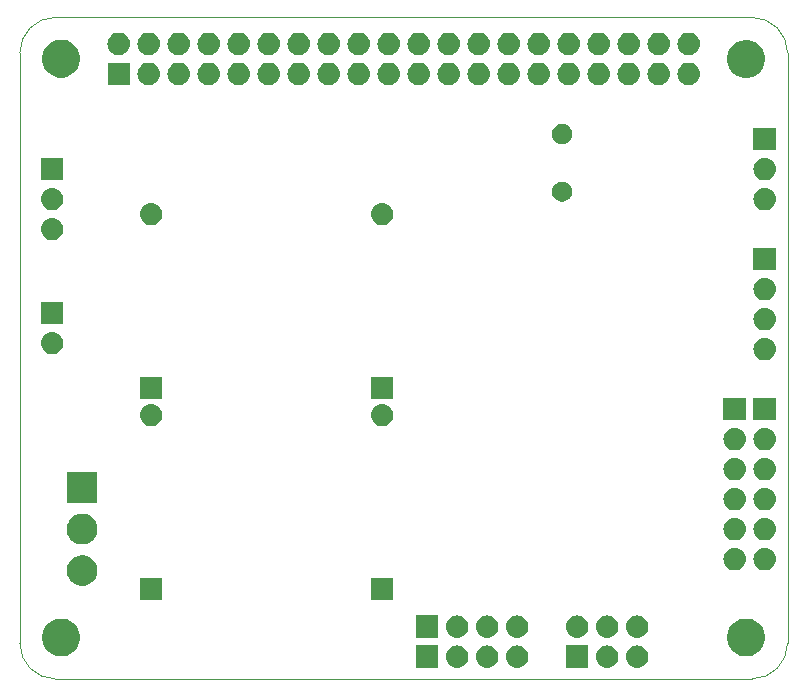
<source format=gbr>
G04 #@! TF.GenerationSoftware,KiCad,Pcbnew,(5.0.2)-1*
G04 #@! TF.CreationDate,2019-04-29T17:38:23-04:00*
G04 #@! TF.ProjectId,QPACE-DevelopmentBoard,51504143-452d-4446-9576-656c6f706d65,rev?*
G04 #@! TF.SameCoordinates,Original*
G04 #@! TF.FileFunction,Soldermask,Bot*
G04 #@! TF.FilePolarity,Negative*
%FSLAX46Y46*%
G04 Gerber Fmt 4.6, Leading zero omitted, Abs format (unit mm)*
G04 Created by KiCad (PCBNEW (5.0.2)-1) date 4/29/2019 5:38:23 PM*
%MOMM*%
%LPD*%
G01*
G04 APERTURE LIST*
%ADD10C,0.100000*%
G04 APERTURE END LIST*
D10*
X78546356Y-63817611D02*
X78546356Y-113817611D01*
X78546356Y-63817611D02*
G75*
G02X81546356Y-60817611I3000000J0D01*
G01*
X140546356Y-60817611D02*
X81546356Y-60817611D01*
X140546356Y-60817611D02*
G75*
G02X143546356Y-63817611I0J-3000000D01*
G01*
X143546356Y-113817611D02*
X143546356Y-63817611D01*
X81546356Y-116817611D02*
G75*
G02X78546356Y-113817611I0J3000000D01*
G01*
X81546356Y-116817611D02*
X140546356Y-116817611D01*
X143546351Y-113822847D02*
G75*
G02X140546356Y-116817611I-2999995J5236D01*
G01*
G36*
X130926448Y-113991873D02*
X130996232Y-113998746D01*
X131085770Y-114025907D01*
X131175309Y-114053068D01*
X131340347Y-114141283D01*
X131485001Y-114259999D01*
X131603717Y-114404653D01*
X131691932Y-114569691D01*
X131691932Y-114569692D01*
X131739925Y-114727903D01*
X131746254Y-114748769D01*
X131764596Y-114935000D01*
X131746254Y-115121231D01*
X131691932Y-115300309D01*
X131603717Y-115465347D01*
X131485001Y-115610001D01*
X131340347Y-115728717D01*
X131175309Y-115816932D01*
X131085770Y-115844093D01*
X130996232Y-115871254D01*
X130856666Y-115885000D01*
X130763334Y-115885000D01*
X130623768Y-115871254D01*
X130534230Y-115844093D01*
X130444691Y-115816932D01*
X130279653Y-115728717D01*
X130134999Y-115610001D01*
X130016283Y-115465347D01*
X129928068Y-115300309D01*
X129873746Y-115121231D01*
X129855404Y-114935000D01*
X129873746Y-114748769D01*
X129880076Y-114727903D01*
X129928068Y-114569692D01*
X129928068Y-114569691D01*
X130016283Y-114404653D01*
X130134999Y-114259999D01*
X130279653Y-114141283D01*
X130444691Y-114053068D01*
X130534230Y-114025907D01*
X130623768Y-113998746D01*
X130693552Y-113991873D01*
X130763334Y-113985000D01*
X130856666Y-113985000D01*
X130926448Y-113991873D01*
X130926448Y-113991873D01*
G37*
G36*
X126680000Y-115885000D02*
X124780000Y-115885000D01*
X124780000Y-113985000D01*
X126680000Y-113985000D01*
X126680000Y-115885000D01*
X126680000Y-115885000D01*
G37*
G36*
X128386448Y-113991873D02*
X128456232Y-113998746D01*
X128545770Y-114025907D01*
X128635309Y-114053068D01*
X128800347Y-114141283D01*
X128945001Y-114259999D01*
X129063717Y-114404653D01*
X129151932Y-114569691D01*
X129151932Y-114569692D01*
X129199925Y-114727903D01*
X129206254Y-114748769D01*
X129224596Y-114935000D01*
X129206254Y-115121231D01*
X129151932Y-115300309D01*
X129063717Y-115465347D01*
X128945001Y-115610001D01*
X128800347Y-115728717D01*
X128635309Y-115816932D01*
X128545770Y-115844093D01*
X128456232Y-115871254D01*
X128316666Y-115885000D01*
X128223334Y-115885000D01*
X128083768Y-115871254D01*
X127994230Y-115844093D01*
X127904691Y-115816932D01*
X127739653Y-115728717D01*
X127594999Y-115610001D01*
X127476283Y-115465347D01*
X127388068Y-115300309D01*
X127333746Y-115121231D01*
X127315404Y-114935000D01*
X127333746Y-114748769D01*
X127340076Y-114727903D01*
X127388068Y-114569692D01*
X127388068Y-114569691D01*
X127476283Y-114404653D01*
X127594999Y-114259999D01*
X127739653Y-114141283D01*
X127904691Y-114053068D01*
X127994230Y-114025907D01*
X128083768Y-113998746D01*
X128153552Y-113991873D01*
X128223334Y-113985000D01*
X128316666Y-113985000D01*
X128386448Y-113991873D01*
X128386448Y-113991873D01*
G37*
G36*
X113980000Y-115885000D02*
X112080000Y-115885000D01*
X112080000Y-113985000D01*
X113980000Y-113985000D01*
X113980000Y-115885000D01*
X113980000Y-115885000D01*
G37*
G36*
X118226448Y-113991873D02*
X118296232Y-113998746D01*
X118385770Y-114025907D01*
X118475309Y-114053068D01*
X118640347Y-114141283D01*
X118785001Y-114259999D01*
X118903717Y-114404653D01*
X118991932Y-114569691D01*
X118991932Y-114569692D01*
X119039925Y-114727903D01*
X119046254Y-114748769D01*
X119064596Y-114935000D01*
X119046254Y-115121231D01*
X118991932Y-115300309D01*
X118903717Y-115465347D01*
X118785001Y-115610001D01*
X118640347Y-115728717D01*
X118475309Y-115816932D01*
X118385770Y-115844093D01*
X118296232Y-115871254D01*
X118156666Y-115885000D01*
X118063334Y-115885000D01*
X117923768Y-115871254D01*
X117834230Y-115844093D01*
X117744691Y-115816932D01*
X117579653Y-115728717D01*
X117434999Y-115610001D01*
X117316283Y-115465347D01*
X117228068Y-115300309D01*
X117173746Y-115121231D01*
X117155404Y-114935000D01*
X117173746Y-114748769D01*
X117180076Y-114727903D01*
X117228068Y-114569692D01*
X117228068Y-114569691D01*
X117316283Y-114404653D01*
X117434999Y-114259999D01*
X117579653Y-114141283D01*
X117744691Y-114053068D01*
X117834230Y-114025907D01*
X117923768Y-113998746D01*
X117993552Y-113991873D01*
X118063334Y-113985000D01*
X118156666Y-113985000D01*
X118226448Y-113991873D01*
X118226448Y-113991873D01*
G37*
G36*
X115686448Y-113991873D02*
X115756232Y-113998746D01*
X115845770Y-114025907D01*
X115935309Y-114053068D01*
X116100347Y-114141283D01*
X116245001Y-114259999D01*
X116363717Y-114404653D01*
X116451932Y-114569691D01*
X116451932Y-114569692D01*
X116499925Y-114727903D01*
X116506254Y-114748769D01*
X116524596Y-114935000D01*
X116506254Y-115121231D01*
X116451932Y-115300309D01*
X116363717Y-115465347D01*
X116245001Y-115610001D01*
X116100347Y-115728717D01*
X115935309Y-115816932D01*
X115845770Y-115844093D01*
X115756232Y-115871254D01*
X115616666Y-115885000D01*
X115523334Y-115885000D01*
X115383768Y-115871254D01*
X115294230Y-115844093D01*
X115204691Y-115816932D01*
X115039653Y-115728717D01*
X114894999Y-115610001D01*
X114776283Y-115465347D01*
X114688068Y-115300309D01*
X114633746Y-115121231D01*
X114615404Y-114935000D01*
X114633746Y-114748769D01*
X114640076Y-114727903D01*
X114688068Y-114569692D01*
X114688068Y-114569691D01*
X114776283Y-114404653D01*
X114894999Y-114259999D01*
X115039653Y-114141283D01*
X115204691Y-114053068D01*
X115294230Y-114025907D01*
X115383768Y-113998746D01*
X115453552Y-113991873D01*
X115523334Y-113985000D01*
X115616666Y-113985000D01*
X115686448Y-113991873D01*
X115686448Y-113991873D01*
G37*
G36*
X120766448Y-113991873D02*
X120836232Y-113998746D01*
X120925770Y-114025907D01*
X121015309Y-114053068D01*
X121180347Y-114141283D01*
X121325001Y-114259999D01*
X121443717Y-114404653D01*
X121531932Y-114569691D01*
X121531932Y-114569692D01*
X121579925Y-114727903D01*
X121586254Y-114748769D01*
X121604596Y-114935000D01*
X121586254Y-115121231D01*
X121531932Y-115300309D01*
X121443717Y-115465347D01*
X121325001Y-115610001D01*
X121180347Y-115728717D01*
X121015309Y-115816932D01*
X120925770Y-115844093D01*
X120836232Y-115871254D01*
X120696666Y-115885000D01*
X120603334Y-115885000D01*
X120463768Y-115871254D01*
X120374230Y-115844093D01*
X120284691Y-115816932D01*
X120119653Y-115728717D01*
X119974999Y-115610001D01*
X119856283Y-115465347D01*
X119768068Y-115300309D01*
X119713746Y-115121231D01*
X119695404Y-114935000D01*
X119713746Y-114748769D01*
X119720076Y-114727903D01*
X119768068Y-114569692D01*
X119768068Y-114569691D01*
X119856283Y-114404653D01*
X119974999Y-114259999D01*
X120119653Y-114141283D01*
X120284691Y-114053068D01*
X120374230Y-114025907D01*
X120463768Y-113998746D01*
X120533552Y-113991873D01*
X120603334Y-113985000D01*
X120696666Y-113985000D01*
X120766448Y-113991873D01*
X120766448Y-113991873D01*
G37*
G36*
X82506703Y-111781486D02*
X82797883Y-111902097D01*
X83059944Y-112077201D01*
X83282799Y-112300056D01*
X83457903Y-112562117D01*
X83578514Y-112853297D01*
X83640000Y-113162412D01*
X83640000Y-113477588D01*
X83578514Y-113786703D01*
X83457903Y-114077883D01*
X83282799Y-114339944D01*
X83059944Y-114562799D01*
X82797883Y-114737903D01*
X82506703Y-114858514D01*
X82197588Y-114920000D01*
X81882412Y-114920000D01*
X81573297Y-114858514D01*
X81282117Y-114737903D01*
X81020056Y-114562799D01*
X80797201Y-114339944D01*
X80622097Y-114077883D01*
X80501486Y-113786703D01*
X80440000Y-113477588D01*
X80440000Y-113162412D01*
X80501486Y-112853297D01*
X80622097Y-112562117D01*
X80797201Y-112300056D01*
X81020056Y-112077201D01*
X81282117Y-111902097D01*
X81573297Y-111781486D01*
X81882412Y-111720000D01*
X82197588Y-111720000D01*
X82506703Y-111781486D01*
X82506703Y-111781486D01*
G37*
G36*
X140496703Y-111771486D02*
X140787883Y-111892097D01*
X141049944Y-112067201D01*
X141272799Y-112290056D01*
X141447903Y-112552117D01*
X141568514Y-112843297D01*
X141630000Y-113152412D01*
X141630000Y-113467588D01*
X141568514Y-113776703D01*
X141447903Y-114067883D01*
X141272799Y-114329944D01*
X141049944Y-114552799D01*
X140787883Y-114727903D01*
X140496703Y-114848514D01*
X140187588Y-114910000D01*
X139872412Y-114910000D01*
X139563297Y-114848514D01*
X139272117Y-114727903D01*
X139010056Y-114552799D01*
X138787201Y-114329944D01*
X138612097Y-114067883D01*
X138491486Y-113776703D01*
X138430000Y-113467588D01*
X138430000Y-113152412D01*
X138491486Y-112843297D01*
X138612097Y-112552117D01*
X138787201Y-112290056D01*
X139010056Y-112067201D01*
X139272117Y-111892097D01*
X139563297Y-111771486D01*
X139872412Y-111710000D01*
X140187588Y-111710000D01*
X140496703Y-111771486D01*
X140496703Y-111771486D01*
G37*
G36*
X113980000Y-113345000D02*
X112080000Y-113345000D01*
X112080000Y-111445000D01*
X113980000Y-111445000D01*
X113980000Y-113345000D01*
X113980000Y-113345000D01*
G37*
G36*
X118226448Y-111451873D02*
X118296232Y-111458746D01*
X118385770Y-111485907D01*
X118475309Y-111513068D01*
X118640347Y-111601283D01*
X118785001Y-111719999D01*
X118903717Y-111864653D01*
X118991932Y-112029691D01*
X118991932Y-112029692D01*
X119046254Y-112208768D01*
X119064596Y-112395000D01*
X119049122Y-112552117D01*
X119046254Y-112581231D01*
X118991932Y-112760309D01*
X118903717Y-112925347D01*
X118785001Y-113070001D01*
X118640347Y-113188717D01*
X118475309Y-113276932D01*
X118385770Y-113304093D01*
X118296232Y-113331254D01*
X118226448Y-113338127D01*
X118156666Y-113345000D01*
X118063334Y-113345000D01*
X117993552Y-113338127D01*
X117923768Y-113331254D01*
X117834230Y-113304093D01*
X117744691Y-113276932D01*
X117579653Y-113188717D01*
X117434999Y-113070001D01*
X117316283Y-112925347D01*
X117228068Y-112760309D01*
X117173746Y-112581231D01*
X117170879Y-112552117D01*
X117155404Y-112395000D01*
X117173746Y-112208768D01*
X117228068Y-112029692D01*
X117228068Y-112029691D01*
X117316283Y-111864653D01*
X117434999Y-111719999D01*
X117579653Y-111601283D01*
X117744691Y-111513068D01*
X117834230Y-111485907D01*
X117923768Y-111458746D01*
X117993552Y-111451873D01*
X118063334Y-111445000D01*
X118156666Y-111445000D01*
X118226448Y-111451873D01*
X118226448Y-111451873D01*
G37*
G36*
X120766448Y-111451873D02*
X120836232Y-111458746D01*
X120925770Y-111485907D01*
X121015309Y-111513068D01*
X121180347Y-111601283D01*
X121325001Y-111719999D01*
X121443717Y-111864653D01*
X121531932Y-112029691D01*
X121531932Y-112029692D01*
X121586254Y-112208768D01*
X121604596Y-112395000D01*
X121589122Y-112552117D01*
X121586254Y-112581231D01*
X121531932Y-112760309D01*
X121443717Y-112925347D01*
X121325001Y-113070001D01*
X121180347Y-113188717D01*
X121015309Y-113276932D01*
X120925770Y-113304093D01*
X120836232Y-113331254D01*
X120766448Y-113338127D01*
X120696666Y-113345000D01*
X120603334Y-113345000D01*
X120533552Y-113338127D01*
X120463768Y-113331254D01*
X120374230Y-113304093D01*
X120284691Y-113276932D01*
X120119653Y-113188717D01*
X119974999Y-113070001D01*
X119856283Y-112925347D01*
X119768068Y-112760309D01*
X119713746Y-112581231D01*
X119710879Y-112552117D01*
X119695404Y-112395000D01*
X119713746Y-112208768D01*
X119768068Y-112029692D01*
X119768068Y-112029691D01*
X119856283Y-111864653D01*
X119974999Y-111719999D01*
X120119653Y-111601283D01*
X120284691Y-111513068D01*
X120374230Y-111485907D01*
X120463768Y-111458746D01*
X120533552Y-111451873D01*
X120603334Y-111445000D01*
X120696666Y-111445000D01*
X120766448Y-111451873D01*
X120766448Y-111451873D01*
G37*
G36*
X125846448Y-111451873D02*
X125916232Y-111458746D01*
X126005770Y-111485907D01*
X126095309Y-111513068D01*
X126260347Y-111601283D01*
X126405001Y-111719999D01*
X126523717Y-111864653D01*
X126611932Y-112029691D01*
X126611932Y-112029692D01*
X126666254Y-112208768D01*
X126684596Y-112395000D01*
X126669122Y-112552117D01*
X126666254Y-112581231D01*
X126611932Y-112760309D01*
X126523717Y-112925347D01*
X126405001Y-113070001D01*
X126260347Y-113188717D01*
X126095309Y-113276932D01*
X126005770Y-113304093D01*
X125916232Y-113331254D01*
X125846448Y-113338127D01*
X125776666Y-113345000D01*
X125683334Y-113345000D01*
X125613552Y-113338127D01*
X125543768Y-113331254D01*
X125454230Y-113304093D01*
X125364691Y-113276932D01*
X125199653Y-113188717D01*
X125054999Y-113070001D01*
X124936283Y-112925347D01*
X124848068Y-112760309D01*
X124793746Y-112581231D01*
X124790879Y-112552117D01*
X124775404Y-112395000D01*
X124793746Y-112208768D01*
X124848068Y-112029692D01*
X124848068Y-112029691D01*
X124936283Y-111864653D01*
X125054999Y-111719999D01*
X125199653Y-111601283D01*
X125364691Y-111513068D01*
X125454230Y-111485907D01*
X125543768Y-111458746D01*
X125613552Y-111451873D01*
X125683334Y-111445000D01*
X125776666Y-111445000D01*
X125846448Y-111451873D01*
X125846448Y-111451873D01*
G37*
G36*
X128386448Y-111451873D02*
X128456232Y-111458746D01*
X128545770Y-111485907D01*
X128635309Y-111513068D01*
X128800347Y-111601283D01*
X128945001Y-111719999D01*
X129063717Y-111864653D01*
X129151932Y-112029691D01*
X129151932Y-112029692D01*
X129206254Y-112208768D01*
X129224596Y-112395000D01*
X129209122Y-112552117D01*
X129206254Y-112581231D01*
X129151932Y-112760309D01*
X129063717Y-112925347D01*
X128945001Y-113070001D01*
X128800347Y-113188717D01*
X128635309Y-113276932D01*
X128545770Y-113304093D01*
X128456232Y-113331254D01*
X128386448Y-113338127D01*
X128316666Y-113345000D01*
X128223334Y-113345000D01*
X128153552Y-113338127D01*
X128083768Y-113331254D01*
X127994230Y-113304093D01*
X127904691Y-113276932D01*
X127739653Y-113188717D01*
X127594999Y-113070001D01*
X127476283Y-112925347D01*
X127388068Y-112760309D01*
X127333746Y-112581231D01*
X127330879Y-112552117D01*
X127315404Y-112395000D01*
X127333746Y-112208768D01*
X127388068Y-112029692D01*
X127388068Y-112029691D01*
X127476283Y-111864653D01*
X127594999Y-111719999D01*
X127739653Y-111601283D01*
X127904691Y-111513068D01*
X127994230Y-111485907D01*
X128083768Y-111458746D01*
X128153552Y-111451873D01*
X128223334Y-111445000D01*
X128316666Y-111445000D01*
X128386448Y-111451873D01*
X128386448Y-111451873D01*
G37*
G36*
X130926448Y-111451873D02*
X130996232Y-111458746D01*
X131085770Y-111485907D01*
X131175309Y-111513068D01*
X131340347Y-111601283D01*
X131485001Y-111719999D01*
X131603717Y-111864653D01*
X131691932Y-112029691D01*
X131691932Y-112029692D01*
X131746254Y-112208768D01*
X131764596Y-112395000D01*
X131749122Y-112552117D01*
X131746254Y-112581231D01*
X131691932Y-112760309D01*
X131603717Y-112925347D01*
X131485001Y-113070001D01*
X131340347Y-113188717D01*
X131175309Y-113276932D01*
X131085770Y-113304093D01*
X130996232Y-113331254D01*
X130926448Y-113338127D01*
X130856666Y-113345000D01*
X130763334Y-113345000D01*
X130693552Y-113338127D01*
X130623768Y-113331254D01*
X130534230Y-113304093D01*
X130444691Y-113276932D01*
X130279653Y-113188717D01*
X130134999Y-113070001D01*
X130016283Y-112925347D01*
X129928068Y-112760309D01*
X129873746Y-112581231D01*
X129870879Y-112552117D01*
X129855404Y-112395000D01*
X129873746Y-112208768D01*
X129928068Y-112029692D01*
X129928068Y-112029691D01*
X130016283Y-111864653D01*
X130134999Y-111719999D01*
X130279653Y-111601283D01*
X130444691Y-111513068D01*
X130534230Y-111485907D01*
X130623768Y-111458746D01*
X130693552Y-111451873D01*
X130763334Y-111445000D01*
X130856666Y-111445000D01*
X130926448Y-111451873D01*
X130926448Y-111451873D01*
G37*
G36*
X115686448Y-111451873D02*
X115756232Y-111458746D01*
X115845770Y-111485907D01*
X115935309Y-111513068D01*
X116100347Y-111601283D01*
X116245001Y-111719999D01*
X116363717Y-111864653D01*
X116451932Y-112029691D01*
X116451932Y-112029692D01*
X116506254Y-112208768D01*
X116524596Y-112395000D01*
X116509122Y-112552117D01*
X116506254Y-112581231D01*
X116451932Y-112760309D01*
X116363717Y-112925347D01*
X116245001Y-113070001D01*
X116100347Y-113188717D01*
X115935309Y-113276932D01*
X115845770Y-113304093D01*
X115756232Y-113331254D01*
X115686448Y-113338127D01*
X115616666Y-113345000D01*
X115523334Y-113345000D01*
X115453552Y-113338127D01*
X115383768Y-113331254D01*
X115294230Y-113304093D01*
X115204691Y-113276932D01*
X115039653Y-113188717D01*
X114894999Y-113070001D01*
X114776283Y-112925347D01*
X114688068Y-112760309D01*
X114633746Y-112581231D01*
X114630879Y-112552117D01*
X114615404Y-112395000D01*
X114633746Y-112208768D01*
X114688068Y-112029692D01*
X114688068Y-112029691D01*
X114776283Y-111864653D01*
X114894999Y-111719999D01*
X115039653Y-111601283D01*
X115204691Y-111513068D01*
X115294230Y-111485907D01*
X115383768Y-111458746D01*
X115453552Y-111451873D01*
X115523334Y-111445000D01*
X115616666Y-111445000D01*
X115686448Y-111451873D01*
X115686448Y-111451873D01*
G37*
G36*
X110170000Y-110170000D02*
X108270000Y-110170000D01*
X108270000Y-108270000D01*
X110170000Y-108270000D01*
X110170000Y-110170000D01*
X110170000Y-110170000D01*
G37*
G36*
X90612000Y-110170000D02*
X88712000Y-110170000D01*
X88712000Y-108270000D01*
X90612000Y-108270000D01*
X90612000Y-110170000D01*
X90612000Y-110170000D01*
G37*
G36*
X84199196Y-106389958D02*
X84435780Y-106487954D01*
X84648705Y-106630226D01*
X84829774Y-106811295D01*
X84972046Y-107024220D01*
X85070042Y-107260804D01*
X85120000Y-107511960D01*
X85120000Y-107768040D01*
X85070042Y-108019196D01*
X84972046Y-108255780D01*
X84829774Y-108468705D01*
X84648705Y-108649774D01*
X84435780Y-108792046D01*
X84199196Y-108890042D01*
X83948040Y-108940000D01*
X83691960Y-108940000D01*
X83440804Y-108890042D01*
X83204220Y-108792046D01*
X82991295Y-108649774D01*
X82810226Y-108468705D01*
X82667954Y-108255780D01*
X82569958Y-108019196D01*
X82520000Y-107768040D01*
X82520000Y-107511960D01*
X82569958Y-107260804D01*
X82667954Y-107024220D01*
X82810226Y-106811295D01*
X82991295Y-106630226D01*
X83204220Y-106487954D01*
X83440804Y-106389958D01*
X83691960Y-106340000D01*
X83948040Y-106340000D01*
X84199196Y-106389958D01*
X84199196Y-106389958D01*
G37*
G36*
X141791232Y-105743746D02*
X141880770Y-105770907D01*
X141970309Y-105798068D01*
X142135347Y-105886283D01*
X142280001Y-106004999D01*
X142398717Y-106149653D01*
X142486932Y-106314691D01*
X142486932Y-106314692D01*
X142539491Y-106487955D01*
X142541254Y-106493769D01*
X142559596Y-106680000D01*
X142541254Y-106866231D01*
X142486932Y-107045309D01*
X142398717Y-107210347D01*
X142280001Y-107355001D01*
X142135347Y-107473717D01*
X141970309Y-107561932D01*
X141880770Y-107589093D01*
X141791232Y-107616254D01*
X141651666Y-107630000D01*
X141558334Y-107630000D01*
X141418768Y-107616254D01*
X141329230Y-107589093D01*
X141239691Y-107561932D01*
X141074653Y-107473717D01*
X140929999Y-107355001D01*
X140811283Y-107210347D01*
X140723068Y-107045309D01*
X140668746Y-106866231D01*
X140650404Y-106680000D01*
X140668746Y-106493769D01*
X140670510Y-106487955D01*
X140723068Y-106314692D01*
X140723068Y-106314691D01*
X140811283Y-106149653D01*
X140929999Y-106004999D01*
X141074653Y-105886283D01*
X141239691Y-105798068D01*
X141329230Y-105770907D01*
X141418768Y-105743746D01*
X141488552Y-105736873D01*
X141558334Y-105730000D01*
X141651666Y-105730000D01*
X141791232Y-105743746D01*
X141791232Y-105743746D01*
G37*
G36*
X139251232Y-105743746D02*
X139340770Y-105770907D01*
X139430309Y-105798068D01*
X139595347Y-105886283D01*
X139740001Y-106004999D01*
X139858717Y-106149653D01*
X139946932Y-106314691D01*
X139946932Y-106314692D01*
X139999491Y-106487955D01*
X140001254Y-106493769D01*
X140019596Y-106680000D01*
X140001254Y-106866231D01*
X139946932Y-107045309D01*
X139858717Y-107210347D01*
X139740001Y-107355001D01*
X139595347Y-107473717D01*
X139430309Y-107561932D01*
X139340770Y-107589093D01*
X139251232Y-107616254D01*
X139111666Y-107630000D01*
X139018334Y-107630000D01*
X138878768Y-107616254D01*
X138789230Y-107589093D01*
X138699691Y-107561932D01*
X138534653Y-107473717D01*
X138389999Y-107355001D01*
X138271283Y-107210347D01*
X138183068Y-107045309D01*
X138128746Y-106866231D01*
X138110404Y-106680000D01*
X138128746Y-106493769D01*
X138130510Y-106487955D01*
X138183068Y-106314692D01*
X138183068Y-106314691D01*
X138271283Y-106149653D01*
X138389999Y-106004999D01*
X138534653Y-105886283D01*
X138699691Y-105798068D01*
X138789230Y-105770907D01*
X138878768Y-105743746D01*
X138948552Y-105736873D01*
X139018334Y-105730000D01*
X139111666Y-105730000D01*
X139251232Y-105743746D01*
X139251232Y-105743746D01*
G37*
G36*
X84199196Y-102889958D02*
X84435780Y-102987954D01*
X84648705Y-103130226D01*
X84829774Y-103311295D01*
X84972046Y-103524220D01*
X85070042Y-103760804D01*
X85120000Y-104011960D01*
X85120000Y-104268040D01*
X85070042Y-104519196D01*
X84972046Y-104755780D01*
X84829774Y-104968705D01*
X84648705Y-105149774D01*
X84435780Y-105292046D01*
X84199196Y-105390042D01*
X83948040Y-105440000D01*
X83691960Y-105440000D01*
X83440804Y-105390042D01*
X83204220Y-105292046D01*
X82991295Y-105149774D01*
X82810226Y-104968705D01*
X82667954Y-104755780D01*
X82569958Y-104519196D01*
X82520000Y-104268040D01*
X82520000Y-104011960D01*
X82569958Y-103760804D01*
X82667954Y-103524220D01*
X82810226Y-103311295D01*
X82991295Y-103130226D01*
X83204220Y-102987954D01*
X83440804Y-102889958D01*
X83691960Y-102840000D01*
X83948040Y-102840000D01*
X84199196Y-102889958D01*
X84199196Y-102889958D01*
G37*
G36*
X141721448Y-103196873D02*
X141791232Y-103203746D01*
X141880770Y-103230907D01*
X141970309Y-103258068D01*
X142135347Y-103346283D01*
X142280001Y-103464999D01*
X142398717Y-103609653D01*
X142486932Y-103774691D01*
X142541254Y-103953769D01*
X142559596Y-104140000D01*
X142541254Y-104326231D01*
X142486932Y-104505309D01*
X142398717Y-104670347D01*
X142280001Y-104815001D01*
X142135347Y-104933717D01*
X141970309Y-105021932D01*
X141880770Y-105049093D01*
X141791232Y-105076254D01*
X141721448Y-105083127D01*
X141651666Y-105090000D01*
X141558334Y-105090000D01*
X141488552Y-105083127D01*
X141418768Y-105076254D01*
X141329230Y-105049093D01*
X141239691Y-105021932D01*
X141074653Y-104933717D01*
X140929999Y-104815001D01*
X140811283Y-104670347D01*
X140723068Y-104505309D01*
X140668746Y-104326231D01*
X140650404Y-104140000D01*
X140668746Y-103953769D01*
X140723068Y-103774691D01*
X140811283Y-103609653D01*
X140929999Y-103464999D01*
X141074653Y-103346283D01*
X141239691Y-103258068D01*
X141329230Y-103230907D01*
X141418768Y-103203746D01*
X141488552Y-103196873D01*
X141558334Y-103190000D01*
X141651666Y-103190000D01*
X141721448Y-103196873D01*
X141721448Y-103196873D01*
G37*
G36*
X139181448Y-103196873D02*
X139251232Y-103203746D01*
X139340770Y-103230907D01*
X139430309Y-103258068D01*
X139595347Y-103346283D01*
X139740001Y-103464999D01*
X139858717Y-103609653D01*
X139946932Y-103774691D01*
X140001254Y-103953769D01*
X140019596Y-104140000D01*
X140001254Y-104326231D01*
X139946932Y-104505309D01*
X139858717Y-104670347D01*
X139740001Y-104815001D01*
X139595347Y-104933717D01*
X139430309Y-105021932D01*
X139340770Y-105049093D01*
X139251232Y-105076254D01*
X139181448Y-105083127D01*
X139111666Y-105090000D01*
X139018334Y-105090000D01*
X138948552Y-105083127D01*
X138878768Y-105076254D01*
X138789230Y-105049093D01*
X138699691Y-105021932D01*
X138534653Y-104933717D01*
X138389999Y-104815001D01*
X138271283Y-104670347D01*
X138183068Y-104505309D01*
X138128746Y-104326231D01*
X138110404Y-104140000D01*
X138128746Y-103953769D01*
X138183068Y-103774691D01*
X138271283Y-103609653D01*
X138389999Y-103464999D01*
X138534653Y-103346283D01*
X138699691Y-103258068D01*
X138789230Y-103230907D01*
X138878768Y-103203746D01*
X138948552Y-103196873D01*
X139018334Y-103190000D01*
X139111666Y-103190000D01*
X139181448Y-103196873D01*
X139181448Y-103196873D01*
G37*
G36*
X139181448Y-100656873D02*
X139251232Y-100663746D01*
X139340770Y-100690907D01*
X139430309Y-100718068D01*
X139595347Y-100806283D01*
X139740001Y-100924999D01*
X139858717Y-101069653D01*
X139946932Y-101234691D01*
X140001254Y-101413769D01*
X140019596Y-101600000D01*
X140001254Y-101786231D01*
X139946932Y-101965309D01*
X139858717Y-102130347D01*
X139740001Y-102275001D01*
X139595347Y-102393717D01*
X139430309Y-102481932D01*
X139340770Y-102509093D01*
X139251232Y-102536254D01*
X139181448Y-102543127D01*
X139111666Y-102550000D01*
X139018334Y-102550000D01*
X138948552Y-102543127D01*
X138878768Y-102536254D01*
X138789230Y-102509093D01*
X138699691Y-102481932D01*
X138534653Y-102393717D01*
X138389999Y-102275001D01*
X138271283Y-102130347D01*
X138183068Y-101965309D01*
X138128746Y-101786231D01*
X138110404Y-101600000D01*
X138128746Y-101413769D01*
X138183068Y-101234691D01*
X138271283Y-101069653D01*
X138389999Y-100924999D01*
X138534653Y-100806283D01*
X138699691Y-100718068D01*
X138789230Y-100690907D01*
X138878768Y-100663746D01*
X139018334Y-100650000D01*
X139111666Y-100650000D01*
X139181448Y-100656873D01*
X139181448Y-100656873D01*
G37*
G36*
X141721448Y-100656873D02*
X141791232Y-100663746D01*
X141880770Y-100690907D01*
X141970309Y-100718068D01*
X142135347Y-100806283D01*
X142280001Y-100924999D01*
X142398717Y-101069653D01*
X142486932Y-101234691D01*
X142541254Y-101413769D01*
X142559596Y-101600000D01*
X142541254Y-101786231D01*
X142486932Y-101965309D01*
X142398717Y-102130347D01*
X142280001Y-102275001D01*
X142135347Y-102393717D01*
X141970309Y-102481932D01*
X141880770Y-102509093D01*
X141791232Y-102536254D01*
X141721448Y-102543127D01*
X141651666Y-102550000D01*
X141558334Y-102550000D01*
X141488552Y-102543127D01*
X141418768Y-102536254D01*
X141329230Y-102509093D01*
X141239691Y-102481932D01*
X141074653Y-102393717D01*
X140929999Y-102275001D01*
X140811283Y-102130347D01*
X140723068Y-101965309D01*
X140668746Y-101786231D01*
X140650404Y-101600000D01*
X140668746Y-101413769D01*
X140723068Y-101234691D01*
X140811283Y-101069653D01*
X140929999Y-100924999D01*
X141074653Y-100806283D01*
X141239691Y-100718068D01*
X141329230Y-100690907D01*
X141418768Y-100663746D01*
X141558334Y-100650000D01*
X141651666Y-100650000D01*
X141721448Y-100656873D01*
X141721448Y-100656873D01*
G37*
G36*
X85120000Y-101940000D02*
X82520000Y-101940000D01*
X82520000Y-99340000D01*
X85120000Y-99340000D01*
X85120000Y-101940000D01*
X85120000Y-101940000D01*
G37*
G36*
X141721448Y-98116873D02*
X141791232Y-98123746D01*
X141880770Y-98150907D01*
X141970309Y-98178068D01*
X142135347Y-98266283D01*
X142280001Y-98384999D01*
X142398717Y-98529653D01*
X142486932Y-98694691D01*
X142541254Y-98873769D01*
X142559596Y-99060000D01*
X142541254Y-99246231D01*
X142486932Y-99425309D01*
X142398717Y-99590347D01*
X142280001Y-99735001D01*
X142135347Y-99853717D01*
X141970309Y-99941932D01*
X141880770Y-99969093D01*
X141791232Y-99996254D01*
X141651666Y-100010000D01*
X141558334Y-100010000D01*
X141418768Y-99996254D01*
X141329230Y-99969093D01*
X141239691Y-99941932D01*
X141074653Y-99853717D01*
X140929999Y-99735001D01*
X140811283Y-99590347D01*
X140723068Y-99425309D01*
X140668746Y-99246231D01*
X140650404Y-99060000D01*
X140668746Y-98873769D01*
X140723068Y-98694691D01*
X140811283Y-98529653D01*
X140929999Y-98384999D01*
X141074653Y-98266283D01*
X141239691Y-98178068D01*
X141329230Y-98150907D01*
X141418768Y-98123746D01*
X141488552Y-98116873D01*
X141558334Y-98110000D01*
X141651666Y-98110000D01*
X141721448Y-98116873D01*
X141721448Y-98116873D01*
G37*
G36*
X139181448Y-98116873D02*
X139251232Y-98123746D01*
X139340770Y-98150907D01*
X139430309Y-98178068D01*
X139595347Y-98266283D01*
X139740001Y-98384999D01*
X139858717Y-98529653D01*
X139946932Y-98694691D01*
X140001254Y-98873769D01*
X140019596Y-99060000D01*
X140001254Y-99246231D01*
X139946932Y-99425309D01*
X139858717Y-99590347D01*
X139740001Y-99735001D01*
X139595347Y-99853717D01*
X139430309Y-99941932D01*
X139340770Y-99969093D01*
X139251232Y-99996254D01*
X139111666Y-100010000D01*
X139018334Y-100010000D01*
X138878768Y-99996254D01*
X138789230Y-99969093D01*
X138699691Y-99941932D01*
X138534653Y-99853717D01*
X138389999Y-99735001D01*
X138271283Y-99590347D01*
X138183068Y-99425309D01*
X138128746Y-99246231D01*
X138110404Y-99060000D01*
X138128746Y-98873769D01*
X138183068Y-98694691D01*
X138271283Y-98529653D01*
X138389999Y-98384999D01*
X138534653Y-98266283D01*
X138699691Y-98178068D01*
X138789230Y-98150907D01*
X138878768Y-98123746D01*
X138948552Y-98116873D01*
X139018334Y-98110000D01*
X139111666Y-98110000D01*
X139181448Y-98116873D01*
X139181448Y-98116873D01*
G37*
G36*
X141791232Y-95583746D02*
X141880770Y-95610907D01*
X141970309Y-95638068D01*
X142135347Y-95726283D01*
X142280001Y-95844999D01*
X142398717Y-95989653D01*
X142486932Y-96154691D01*
X142541254Y-96333769D01*
X142559596Y-96520000D01*
X142541254Y-96706231D01*
X142486932Y-96885309D01*
X142398717Y-97050347D01*
X142280001Y-97195001D01*
X142135347Y-97313717D01*
X141970309Y-97401932D01*
X141880770Y-97429093D01*
X141791232Y-97456254D01*
X141721448Y-97463127D01*
X141651666Y-97470000D01*
X141558334Y-97470000D01*
X141418768Y-97456254D01*
X141329230Y-97429093D01*
X141239691Y-97401932D01*
X141074653Y-97313717D01*
X140929999Y-97195001D01*
X140811283Y-97050347D01*
X140723068Y-96885309D01*
X140668746Y-96706231D01*
X140650404Y-96520000D01*
X140668746Y-96333769D01*
X140723068Y-96154691D01*
X140811283Y-95989653D01*
X140929999Y-95844999D01*
X141074653Y-95726283D01*
X141239691Y-95638068D01*
X141329230Y-95610907D01*
X141418768Y-95583746D01*
X141488552Y-95576873D01*
X141558334Y-95570000D01*
X141651666Y-95570000D01*
X141791232Y-95583746D01*
X141791232Y-95583746D01*
G37*
G36*
X139251232Y-95583746D02*
X139340770Y-95610907D01*
X139430309Y-95638068D01*
X139595347Y-95726283D01*
X139740001Y-95844999D01*
X139858717Y-95989653D01*
X139946932Y-96154691D01*
X140001254Y-96333769D01*
X140019596Y-96520000D01*
X140001254Y-96706231D01*
X139946932Y-96885309D01*
X139858717Y-97050347D01*
X139740001Y-97195001D01*
X139595347Y-97313717D01*
X139430309Y-97401932D01*
X139340770Y-97429093D01*
X139251232Y-97456254D01*
X139181448Y-97463127D01*
X139111666Y-97470000D01*
X139018334Y-97470000D01*
X138878768Y-97456254D01*
X138789230Y-97429093D01*
X138699691Y-97401932D01*
X138534653Y-97313717D01*
X138389999Y-97195001D01*
X138271283Y-97050347D01*
X138183068Y-96885309D01*
X138128746Y-96706231D01*
X138110404Y-96520000D01*
X138128746Y-96333769D01*
X138183068Y-96154691D01*
X138271283Y-95989653D01*
X138389999Y-95844999D01*
X138534653Y-95726283D01*
X138699691Y-95638068D01*
X138789230Y-95610907D01*
X138878768Y-95583746D01*
X138948552Y-95576873D01*
X139018334Y-95570000D01*
X139111666Y-95570000D01*
X139251232Y-95583746D01*
X139251232Y-95583746D01*
G37*
G36*
X109336448Y-93544873D02*
X109406232Y-93551746D01*
X109495770Y-93578907D01*
X109585309Y-93606068D01*
X109750347Y-93694283D01*
X109895001Y-93812999D01*
X110013717Y-93957653D01*
X110101932Y-94122691D01*
X110156254Y-94301769D01*
X110174596Y-94488000D01*
X110156254Y-94674231D01*
X110101932Y-94853309D01*
X110013717Y-95018347D01*
X109895001Y-95163001D01*
X109750347Y-95281717D01*
X109585309Y-95369932D01*
X109495770Y-95397093D01*
X109406232Y-95424254D01*
X109266666Y-95438000D01*
X109173334Y-95438000D01*
X109103552Y-95431127D01*
X109033768Y-95424254D01*
X108944230Y-95397093D01*
X108854691Y-95369932D01*
X108689653Y-95281717D01*
X108544999Y-95163001D01*
X108426283Y-95018347D01*
X108338068Y-94853309D01*
X108283746Y-94674231D01*
X108265404Y-94488000D01*
X108283746Y-94301769D01*
X108338068Y-94122691D01*
X108426283Y-93957653D01*
X108544999Y-93812999D01*
X108689653Y-93694283D01*
X108854691Y-93606068D01*
X108944230Y-93578907D01*
X109033768Y-93551746D01*
X109103552Y-93544873D01*
X109173334Y-93538000D01*
X109266666Y-93538000D01*
X109336448Y-93544873D01*
X109336448Y-93544873D01*
G37*
G36*
X89778448Y-93544873D02*
X89848232Y-93551746D01*
X89937770Y-93578907D01*
X90027309Y-93606068D01*
X90192347Y-93694283D01*
X90337001Y-93812999D01*
X90455717Y-93957653D01*
X90543932Y-94122691D01*
X90598254Y-94301769D01*
X90616596Y-94488000D01*
X90598254Y-94674231D01*
X90543932Y-94853309D01*
X90455717Y-95018347D01*
X90337001Y-95163001D01*
X90192347Y-95281717D01*
X90027309Y-95369932D01*
X89937770Y-95397093D01*
X89848232Y-95424254D01*
X89778448Y-95431127D01*
X89708666Y-95438000D01*
X89615334Y-95438000D01*
X89545552Y-95431127D01*
X89475768Y-95424254D01*
X89386230Y-95397093D01*
X89296691Y-95369932D01*
X89131653Y-95281717D01*
X88986999Y-95163001D01*
X88868283Y-95018347D01*
X88780068Y-94853309D01*
X88725746Y-94674231D01*
X88707404Y-94488000D01*
X88725746Y-94301769D01*
X88780068Y-94122691D01*
X88868283Y-93957653D01*
X88986999Y-93812999D01*
X89131653Y-93694283D01*
X89296691Y-93606068D01*
X89386230Y-93578907D01*
X89475768Y-93551746D01*
X89545552Y-93544873D01*
X89615334Y-93538000D01*
X89708666Y-93538000D01*
X89778448Y-93544873D01*
X89778448Y-93544873D01*
G37*
G36*
X142555000Y-94930000D02*
X140655000Y-94930000D01*
X140655000Y-93030000D01*
X142555000Y-93030000D01*
X142555000Y-94930000D01*
X142555000Y-94930000D01*
G37*
G36*
X140015000Y-94930000D02*
X138115000Y-94930000D01*
X138115000Y-93030000D01*
X140015000Y-93030000D01*
X140015000Y-94930000D01*
X140015000Y-94930000D01*
G37*
G36*
X90612000Y-93152000D02*
X88712000Y-93152000D01*
X88712000Y-91252000D01*
X90612000Y-91252000D01*
X90612000Y-93152000D01*
X90612000Y-93152000D01*
G37*
G36*
X110170000Y-93152000D02*
X108270000Y-93152000D01*
X108270000Y-91252000D01*
X110170000Y-91252000D01*
X110170000Y-93152000D01*
X110170000Y-93152000D01*
G37*
G36*
X141791232Y-87963746D02*
X141880770Y-87990907D01*
X141970309Y-88018068D01*
X142135347Y-88106283D01*
X142280001Y-88224999D01*
X142398717Y-88369653D01*
X142486932Y-88534691D01*
X142541254Y-88713769D01*
X142559596Y-88900000D01*
X142541254Y-89086231D01*
X142486932Y-89265309D01*
X142398717Y-89430347D01*
X142280001Y-89575001D01*
X142135347Y-89693717D01*
X141970309Y-89781932D01*
X141880770Y-89809093D01*
X141791232Y-89836254D01*
X141651666Y-89850000D01*
X141558334Y-89850000D01*
X141418768Y-89836254D01*
X141329230Y-89809093D01*
X141239691Y-89781932D01*
X141074653Y-89693717D01*
X140929999Y-89575001D01*
X140811283Y-89430347D01*
X140723068Y-89265309D01*
X140668746Y-89086231D01*
X140650404Y-88900000D01*
X140668746Y-88713769D01*
X140723068Y-88534691D01*
X140811283Y-88369653D01*
X140929999Y-88224999D01*
X141074653Y-88106283D01*
X141239691Y-88018068D01*
X141329230Y-87990907D01*
X141418768Y-87963746D01*
X141558334Y-87950000D01*
X141651666Y-87950000D01*
X141791232Y-87963746D01*
X141791232Y-87963746D01*
G37*
G36*
X81396448Y-87448873D02*
X81466232Y-87455746D01*
X81555770Y-87482907D01*
X81645309Y-87510068D01*
X81810347Y-87598283D01*
X81955001Y-87716999D01*
X82073717Y-87861653D01*
X82161932Y-88026691D01*
X82216254Y-88205769D01*
X82234596Y-88392000D01*
X82216254Y-88578231D01*
X82161932Y-88757309D01*
X82073717Y-88922347D01*
X81955001Y-89067001D01*
X81810347Y-89185717D01*
X81645309Y-89273932D01*
X81555770Y-89301093D01*
X81466232Y-89328254D01*
X81396448Y-89335127D01*
X81326666Y-89342000D01*
X81233334Y-89342000D01*
X81163552Y-89335127D01*
X81093768Y-89328254D01*
X81004230Y-89301093D01*
X80914691Y-89273932D01*
X80749653Y-89185717D01*
X80604999Y-89067001D01*
X80486283Y-88922347D01*
X80398068Y-88757309D01*
X80343746Y-88578231D01*
X80325404Y-88392000D01*
X80343746Y-88205769D01*
X80398068Y-88026691D01*
X80486283Y-87861653D01*
X80604999Y-87716999D01*
X80749653Y-87598283D01*
X80914691Y-87510068D01*
X81004230Y-87482907D01*
X81093768Y-87455746D01*
X81163552Y-87448873D01*
X81233334Y-87442000D01*
X81326666Y-87442000D01*
X81396448Y-87448873D01*
X81396448Y-87448873D01*
G37*
G36*
X141791232Y-85423746D02*
X141880770Y-85450907D01*
X141970309Y-85478068D01*
X142135347Y-85566283D01*
X142280001Y-85684999D01*
X142398717Y-85829653D01*
X142486932Y-85994691D01*
X142541254Y-86173769D01*
X142559596Y-86360000D01*
X142541254Y-86546231D01*
X142486932Y-86725309D01*
X142398717Y-86890347D01*
X142280001Y-87035001D01*
X142135347Y-87153717D01*
X141970309Y-87241932D01*
X141880770Y-87269093D01*
X141791232Y-87296254D01*
X141721448Y-87303127D01*
X141651666Y-87310000D01*
X141558334Y-87310000D01*
X141488552Y-87303127D01*
X141418768Y-87296254D01*
X141329230Y-87269093D01*
X141239691Y-87241932D01*
X141074653Y-87153717D01*
X140929999Y-87035001D01*
X140811283Y-86890347D01*
X140723068Y-86725309D01*
X140668746Y-86546231D01*
X140650404Y-86360000D01*
X140668746Y-86173769D01*
X140723068Y-85994691D01*
X140811283Y-85829653D01*
X140929999Y-85684999D01*
X141074653Y-85566283D01*
X141239691Y-85478068D01*
X141329230Y-85450907D01*
X141418768Y-85423746D01*
X141558334Y-85410000D01*
X141651666Y-85410000D01*
X141791232Y-85423746D01*
X141791232Y-85423746D01*
G37*
G36*
X82230000Y-86802000D02*
X80330000Y-86802000D01*
X80330000Y-84902000D01*
X82230000Y-84902000D01*
X82230000Y-86802000D01*
X82230000Y-86802000D01*
G37*
G36*
X141791232Y-82883746D02*
X141880770Y-82910907D01*
X141970309Y-82938068D01*
X142135347Y-83026283D01*
X142280001Y-83144999D01*
X142398717Y-83289653D01*
X142486932Y-83454691D01*
X142541254Y-83633769D01*
X142559596Y-83820000D01*
X142541254Y-84006231D01*
X142486932Y-84185309D01*
X142398717Y-84350347D01*
X142280001Y-84495001D01*
X142135347Y-84613717D01*
X141970309Y-84701932D01*
X141880770Y-84729093D01*
X141791232Y-84756254D01*
X141721448Y-84763127D01*
X141651666Y-84770000D01*
X141558334Y-84770000D01*
X141488552Y-84763127D01*
X141418768Y-84756254D01*
X141329230Y-84729093D01*
X141239691Y-84701932D01*
X141074653Y-84613717D01*
X140929999Y-84495001D01*
X140811283Y-84350347D01*
X140723068Y-84185309D01*
X140668746Y-84006231D01*
X140650404Y-83820000D01*
X140668746Y-83633769D01*
X140723068Y-83454691D01*
X140811283Y-83289653D01*
X140929999Y-83144999D01*
X141074653Y-83026283D01*
X141239691Y-82938068D01*
X141329230Y-82910907D01*
X141418768Y-82883746D01*
X141558334Y-82870000D01*
X141651666Y-82870000D01*
X141791232Y-82883746D01*
X141791232Y-82883746D01*
G37*
G36*
X142555000Y-82230000D02*
X140655000Y-82230000D01*
X140655000Y-80330000D01*
X142555000Y-80330000D01*
X142555000Y-82230000D01*
X142555000Y-82230000D01*
G37*
G36*
X81466232Y-77803746D02*
X81555770Y-77830907D01*
X81645309Y-77858068D01*
X81810347Y-77946283D01*
X81955001Y-78064999D01*
X82073717Y-78209653D01*
X82161932Y-78374691D01*
X82216254Y-78553769D01*
X82234596Y-78740000D01*
X82216254Y-78926231D01*
X82161932Y-79105309D01*
X82073717Y-79270347D01*
X81955001Y-79415001D01*
X81810347Y-79533717D01*
X81645309Y-79621932D01*
X81555770Y-79649093D01*
X81466232Y-79676254D01*
X81396448Y-79683127D01*
X81326666Y-79690000D01*
X81233334Y-79690000D01*
X81163552Y-79683127D01*
X81093768Y-79676254D01*
X81004230Y-79649093D01*
X80914691Y-79621932D01*
X80749653Y-79533717D01*
X80604999Y-79415001D01*
X80486283Y-79270347D01*
X80398068Y-79105309D01*
X80343746Y-78926231D01*
X80325404Y-78740000D01*
X80343746Y-78553769D01*
X80398068Y-78374691D01*
X80486283Y-78209653D01*
X80604999Y-78064999D01*
X80749653Y-77946283D01*
X80914691Y-77858068D01*
X81004230Y-77830907D01*
X81093768Y-77803746D01*
X81233334Y-77790000D01*
X81326666Y-77790000D01*
X81466232Y-77803746D01*
X81466232Y-77803746D01*
G37*
G36*
X109406232Y-76533746D02*
X109495770Y-76560907D01*
X109585309Y-76588068D01*
X109750347Y-76676283D01*
X109895001Y-76794999D01*
X110013717Y-76939653D01*
X110101932Y-77104691D01*
X110156254Y-77283769D01*
X110174596Y-77470000D01*
X110156254Y-77656231D01*
X110101932Y-77835309D01*
X110013717Y-78000347D01*
X109895001Y-78145001D01*
X109750347Y-78263717D01*
X109585309Y-78351932D01*
X109510278Y-78374692D01*
X109406232Y-78406254D01*
X109266666Y-78420000D01*
X109173334Y-78420000D01*
X109033768Y-78406254D01*
X108929722Y-78374692D01*
X108854691Y-78351932D01*
X108689653Y-78263717D01*
X108544999Y-78145001D01*
X108426283Y-78000347D01*
X108338068Y-77835309D01*
X108283746Y-77656231D01*
X108265404Y-77470000D01*
X108283746Y-77283769D01*
X108338068Y-77104691D01*
X108426283Y-76939653D01*
X108544999Y-76794999D01*
X108689653Y-76676283D01*
X108854691Y-76588068D01*
X108944230Y-76560907D01*
X109033768Y-76533746D01*
X109173334Y-76520000D01*
X109266666Y-76520000D01*
X109406232Y-76533746D01*
X109406232Y-76533746D01*
G37*
G36*
X89848232Y-76533746D02*
X89937770Y-76560907D01*
X90027309Y-76588068D01*
X90192347Y-76676283D01*
X90337001Y-76794999D01*
X90455717Y-76939653D01*
X90543932Y-77104691D01*
X90598254Y-77283769D01*
X90616596Y-77470000D01*
X90598254Y-77656231D01*
X90543932Y-77835309D01*
X90455717Y-78000347D01*
X90337001Y-78145001D01*
X90192347Y-78263717D01*
X90027309Y-78351932D01*
X89952278Y-78374692D01*
X89848232Y-78406254D01*
X89708666Y-78420000D01*
X89615334Y-78420000D01*
X89475768Y-78406254D01*
X89371722Y-78374692D01*
X89296691Y-78351932D01*
X89131653Y-78263717D01*
X88986999Y-78145001D01*
X88868283Y-78000347D01*
X88780068Y-77835309D01*
X88725746Y-77656231D01*
X88707404Y-77470000D01*
X88725746Y-77283769D01*
X88780068Y-77104691D01*
X88868283Y-76939653D01*
X88986999Y-76794999D01*
X89131653Y-76676283D01*
X89296691Y-76588068D01*
X89386230Y-76560907D01*
X89475768Y-76533746D01*
X89615334Y-76520000D01*
X89708666Y-76520000D01*
X89848232Y-76533746D01*
X89848232Y-76533746D01*
G37*
G36*
X81466232Y-75263746D02*
X81555770Y-75290907D01*
X81645309Y-75318068D01*
X81810347Y-75406283D01*
X81955001Y-75524999D01*
X82073717Y-75669653D01*
X82161932Y-75834691D01*
X82161932Y-75834692D01*
X82216254Y-76013768D01*
X82234596Y-76200000D01*
X82232111Y-76225236D01*
X82216254Y-76386231D01*
X82161932Y-76565309D01*
X82073717Y-76730347D01*
X81955001Y-76875001D01*
X81810347Y-76993717D01*
X81645309Y-77081932D01*
X81570278Y-77104692D01*
X81466232Y-77136254D01*
X81326666Y-77150000D01*
X81233334Y-77150000D01*
X81093768Y-77136254D01*
X80989722Y-77104692D01*
X80914691Y-77081932D01*
X80749653Y-76993717D01*
X80604999Y-76875001D01*
X80486283Y-76730347D01*
X80398068Y-76565309D01*
X80343746Y-76386231D01*
X80327890Y-76225236D01*
X80325404Y-76200000D01*
X80343746Y-76013768D01*
X80398068Y-75834692D01*
X80398068Y-75834691D01*
X80486283Y-75669653D01*
X80604999Y-75524999D01*
X80749653Y-75406283D01*
X80914691Y-75318068D01*
X81004230Y-75290907D01*
X81093768Y-75263746D01*
X81233334Y-75250000D01*
X81326666Y-75250000D01*
X81466232Y-75263746D01*
X81466232Y-75263746D01*
G37*
G36*
X141791232Y-75263746D02*
X141880770Y-75290907D01*
X141970309Y-75318068D01*
X142135347Y-75406283D01*
X142280001Y-75524999D01*
X142398717Y-75669653D01*
X142486932Y-75834691D01*
X142486932Y-75834692D01*
X142541254Y-76013768D01*
X142559596Y-76200000D01*
X142557111Y-76225236D01*
X142541254Y-76386231D01*
X142486932Y-76565309D01*
X142398717Y-76730347D01*
X142280001Y-76875001D01*
X142135347Y-76993717D01*
X141970309Y-77081932D01*
X141895278Y-77104692D01*
X141791232Y-77136254D01*
X141651666Y-77150000D01*
X141558334Y-77150000D01*
X141418768Y-77136254D01*
X141314722Y-77104692D01*
X141239691Y-77081932D01*
X141074653Y-76993717D01*
X140929999Y-76875001D01*
X140811283Y-76730347D01*
X140723068Y-76565309D01*
X140668746Y-76386231D01*
X140652890Y-76225236D01*
X140650404Y-76200000D01*
X140668746Y-76013768D01*
X140723068Y-75834692D01*
X140723068Y-75834691D01*
X140811283Y-75669653D01*
X140929999Y-75524999D01*
X141074653Y-75406283D01*
X141239691Y-75318068D01*
X141329230Y-75290907D01*
X141418768Y-75263746D01*
X141558334Y-75250000D01*
X141651666Y-75250000D01*
X141791232Y-75263746D01*
X141791232Y-75263746D01*
G37*
G36*
X124707934Y-74747664D02*
X124862627Y-74811740D01*
X125001847Y-74904764D01*
X125120236Y-75023153D01*
X125213260Y-75162373D01*
X125277336Y-75317066D01*
X125310000Y-75481281D01*
X125310000Y-75648719D01*
X125277336Y-75812934D01*
X125213260Y-75967627D01*
X125120236Y-76106847D01*
X125001847Y-76225236D01*
X124862627Y-76318260D01*
X124707934Y-76382336D01*
X124543719Y-76415000D01*
X124376281Y-76415000D01*
X124212066Y-76382336D01*
X124057373Y-76318260D01*
X123918153Y-76225236D01*
X123799764Y-76106847D01*
X123706740Y-75967627D01*
X123642664Y-75812934D01*
X123610000Y-75648719D01*
X123610000Y-75481281D01*
X123642664Y-75317066D01*
X123706740Y-75162373D01*
X123799764Y-75023153D01*
X123918153Y-74904764D01*
X124057373Y-74811740D01*
X124212066Y-74747664D01*
X124376281Y-74715000D01*
X124543719Y-74715000D01*
X124707934Y-74747664D01*
X124707934Y-74747664D01*
G37*
G36*
X82230000Y-74610000D02*
X80330000Y-74610000D01*
X80330000Y-72710000D01*
X82230000Y-72710000D01*
X82230000Y-74610000D01*
X82230000Y-74610000D01*
G37*
G36*
X141721448Y-72716873D02*
X141791232Y-72723746D01*
X141880770Y-72750907D01*
X141970309Y-72778068D01*
X142135347Y-72866283D01*
X142280001Y-72984999D01*
X142398717Y-73129653D01*
X142486932Y-73294691D01*
X142541254Y-73473769D01*
X142559596Y-73660000D01*
X142541254Y-73846231D01*
X142486932Y-74025309D01*
X142398717Y-74190347D01*
X142280001Y-74335001D01*
X142135347Y-74453717D01*
X141970309Y-74541932D01*
X141880770Y-74569093D01*
X141791232Y-74596254D01*
X141651666Y-74610000D01*
X141558334Y-74610000D01*
X141418768Y-74596254D01*
X141329230Y-74569093D01*
X141239691Y-74541932D01*
X141074653Y-74453717D01*
X140929999Y-74335001D01*
X140811283Y-74190347D01*
X140723068Y-74025309D01*
X140668746Y-73846231D01*
X140650404Y-73660000D01*
X140668746Y-73473769D01*
X140723068Y-73294691D01*
X140811283Y-73129653D01*
X140929999Y-72984999D01*
X141074653Y-72866283D01*
X141239691Y-72778068D01*
X141329230Y-72750907D01*
X141418768Y-72723746D01*
X141488552Y-72716873D01*
X141558334Y-72710000D01*
X141651666Y-72710000D01*
X141721448Y-72716873D01*
X141721448Y-72716873D01*
G37*
G36*
X142555000Y-72070000D02*
X140655000Y-72070000D01*
X140655000Y-70170000D01*
X142555000Y-70170000D01*
X142555000Y-72070000D01*
X142555000Y-72070000D01*
G37*
G36*
X124707934Y-69867664D02*
X124862627Y-69931740D01*
X125001847Y-70024764D01*
X125120236Y-70143153D01*
X125213260Y-70282373D01*
X125277336Y-70437066D01*
X125310000Y-70601281D01*
X125310000Y-70768719D01*
X125277336Y-70932934D01*
X125213260Y-71087627D01*
X125120236Y-71226847D01*
X125001847Y-71345236D01*
X124862627Y-71438260D01*
X124707934Y-71502336D01*
X124543719Y-71535000D01*
X124376281Y-71535000D01*
X124212066Y-71502336D01*
X124057373Y-71438260D01*
X123918153Y-71345236D01*
X123799764Y-71226847D01*
X123706740Y-71087627D01*
X123642664Y-70932934D01*
X123610000Y-70768719D01*
X123610000Y-70601281D01*
X123642664Y-70437066D01*
X123706740Y-70282373D01*
X123799764Y-70143153D01*
X123918153Y-70024764D01*
X124057373Y-69931740D01*
X124212066Y-69867664D01*
X124376281Y-69835000D01*
X124543719Y-69835000D01*
X124707934Y-69867664D01*
X124707934Y-69867664D01*
G37*
G36*
X120126232Y-64653746D02*
X120215770Y-64680907D01*
X120305309Y-64708068D01*
X120470347Y-64796283D01*
X120615001Y-64914999D01*
X120733717Y-65059653D01*
X120821932Y-65224691D01*
X120821932Y-65224692D01*
X120876254Y-65403768D01*
X120894596Y-65590000D01*
X120876254Y-65776232D01*
X120849093Y-65865770D01*
X120821932Y-65955309D01*
X120733717Y-66120347D01*
X120615001Y-66265001D01*
X120470347Y-66383717D01*
X120305309Y-66471932D01*
X120215770Y-66499093D01*
X120126232Y-66526254D01*
X119986666Y-66540000D01*
X119893334Y-66540000D01*
X119753768Y-66526254D01*
X119664230Y-66499093D01*
X119574691Y-66471932D01*
X119409653Y-66383717D01*
X119264999Y-66265001D01*
X119146283Y-66120347D01*
X119058068Y-65955309D01*
X119030907Y-65865770D01*
X119003746Y-65776232D01*
X118985404Y-65590000D01*
X119003746Y-65403768D01*
X119058068Y-65224692D01*
X119058068Y-65224691D01*
X119146283Y-65059653D01*
X119264999Y-64914999D01*
X119409653Y-64796283D01*
X119574691Y-64708068D01*
X119664230Y-64680907D01*
X119753768Y-64653746D01*
X119893334Y-64640000D01*
X119986666Y-64640000D01*
X120126232Y-64653746D01*
X120126232Y-64653746D01*
G37*
G36*
X122666232Y-64653746D02*
X122755770Y-64680907D01*
X122845309Y-64708068D01*
X123010347Y-64796283D01*
X123155001Y-64914999D01*
X123273717Y-65059653D01*
X123361932Y-65224691D01*
X123361932Y-65224692D01*
X123416254Y-65403768D01*
X123434596Y-65590000D01*
X123416254Y-65776232D01*
X123389093Y-65865770D01*
X123361932Y-65955309D01*
X123273717Y-66120347D01*
X123155001Y-66265001D01*
X123010347Y-66383717D01*
X122845309Y-66471932D01*
X122755770Y-66499093D01*
X122666232Y-66526254D01*
X122526666Y-66540000D01*
X122433334Y-66540000D01*
X122293768Y-66526254D01*
X122204230Y-66499093D01*
X122114691Y-66471932D01*
X121949653Y-66383717D01*
X121804999Y-66265001D01*
X121686283Y-66120347D01*
X121598068Y-65955309D01*
X121570907Y-65865770D01*
X121543746Y-65776232D01*
X121525404Y-65590000D01*
X121543746Y-65403768D01*
X121598068Y-65224692D01*
X121598068Y-65224691D01*
X121686283Y-65059653D01*
X121804999Y-64914999D01*
X121949653Y-64796283D01*
X122114691Y-64708068D01*
X122204230Y-64680907D01*
X122293768Y-64653746D01*
X122433334Y-64640000D01*
X122526666Y-64640000D01*
X122666232Y-64653746D01*
X122666232Y-64653746D01*
G37*
G36*
X117586232Y-64653746D02*
X117675770Y-64680907D01*
X117765309Y-64708068D01*
X117930347Y-64796283D01*
X118075001Y-64914999D01*
X118193717Y-65059653D01*
X118281932Y-65224691D01*
X118281932Y-65224692D01*
X118336254Y-65403768D01*
X118354596Y-65590000D01*
X118336254Y-65776232D01*
X118309093Y-65865770D01*
X118281932Y-65955309D01*
X118193717Y-66120347D01*
X118075001Y-66265001D01*
X117930347Y-66383717D01*
X117765309Y-66471932D01*
X117675770Y-66499093D01*
X117586232Y-66526254D01*
X117446666Y-66540000D01*
X117353334Y-66540000D01*
X117213768Y-66526254D01*
X117124230Y-66499093D01*
X117034691Y-66471932D01*
X116869653Y-66383717D01*
X116724999Y-66265001D01*
X116606283Y-66120347D01*
X116518068Y-65955309D01*
X116490907Y-65865770D01*
X116463746Y-65776232D01*
X116445404Y-65590000D01*
X116463746Y-65403768D01*
X116518068Y-65224692D01*
X116518068Y-65224691D01*
X116606283Y-65059653D01*
X116724999Y-64914999D01*
X116869653Y-64796283D01*
X117034691Y-64708068D01*
X117124230Y-64680907D01*
X117213768Y-64653746D01*
X117353334Y-64640000D01*
X117446666Y-64640000D01*
X117586232Y-64653746D01*
X117586232Y-64653746D01*
G37*
G36*
X115046232Y-64653746D02*
X115135770Y-64680907D01*
X115225309Y-64708068D01*
X115390347Y-64796283D01*
X115535001Y-64914999D01*
X115653717Y-65059653D01*
X115741932Y-65224691D01*
X115741932Y-65224692D01*
X115796254Y-65403768D01*
X115814596Y-65590000D01*
X115796254Y-65776232D01*
X115769093Y-65865770D01*
X115741932Y-65955309D01*
X115653717Y-66120347D01*
X115535001Y-66265001D01*
X115390347Y-66383717D01*
X115225309Y-66471932D01*
X115135770Y-66499093D01*
X115046232Y-66526254D01*
X114906666Y-66540000D01*
X114813334Y-66540000D01*
X114673768Y-66526254D01*
X114584230Y-66499093D01*
X114494691Y-66471932D01*
X114329653Y-66383717D01*
X114184999Y-66265001D01*
X114066283Y-66120347D01*
X113978068Y-65955309D01*
X113950907Y-65865770D01*
X113923746Y-65776232D01*
X113905404Y-65590000D01*
X113923746Y-65403768D01*
X113978068Y-65224692D01*
X113978068Y-65224691D01*
X114066283Y-65059653D01*
X114184999Y-64914999D01*
X114329653Y-64796283D01*
X114494691Y-64708068D01*
X114584230Y-64680907D01*
X114673768Y-64653746D01*
X114813334Y-64640000D01*
X114906666Y-64640000D01*
X115046232Y-64653746D01*
X115046232Y-64653746D01*
G37*
G36*
X112506232Y-64653746D02*
X112595770Y-64680907D01*
X112685309Y-64708068D01*
X112850347Y-64796283D01*
X112995001Y-64914999D01*
X113113717Y-65059653D01*
X113201932Y-65224691D01*
X113201932Y-65224692D01*
X113256254Y-65403768D01*
X113274596Y-65590000D01*
X113256254Y-65776232D01*
X113229093Y-65865770D01*
X113201932Y-65955309D01*
X113113717Y-66120347D01*
X112995001Y-66265001D01*
X112850347Y-66383717D01*
X112685309Y-66471932D01*
X112595770Y-66499093D01*
X112506232Y-66526254D01*
X112366666Y-66540000D01*
X112273334Y-66540000D01*
X112133768Y-66526254D01*
X112044230Y-66499093D01*
X111954691Y-66471932D01*
X111789653Y-66383717D01*
X111644999Y-66265001D01*
X111526283Y-66120347D01*
X111438068Y-65955309D01*
X111410907Y-65865770D01*
X111383746Y-65776232D01*
X111365404Y-65590000D01*
X111383746Y-65403768D01*
X111438068Y-65224692D01*
X111438068Y-65224691D01*
X111526283Y-65059653D01*
X111644999Y-64914999D01*
X111789653Y-64796283D01*
X111954691Y-64708068D01*
X112044230Y-64680907D01*
X112133768Y-64653746D01*
X112273334Y-64640000D01*
X112366666Y-64640000D01*
X112506232Y-64653746D01*
X112506232Y-64653746D01*
G37*
G36*
X109966232Y-64653746D02*
X110055770Y-64680907D01*
X110145309Y-64708068D01*
X110310347Y-64796283D01*
X110455001Y-64914999D01*
X110573717Y-65059653D01*
X110661932Y-65224691D01*
X110661932Y-65224692D01*
X110716254Y-65403768D01*
X110734596Y-65590000D01*
X110716254Y-65776232D01*
X110689093Y-65865770D01*
X110661932Y-65955309D01*
X110573717Y-66120347D01*
X110455001Y-66265001D01*
X110310347Y-66383717D01*
X110145309Y-66471932D01*
X110055770Y-66499093D01*
X109966232Y-66526254D01*
X109826666Y-66540000D01*
X109733334Y-66540000D01*
X109593768Y-66526254D01*
X109504230Y-66499093D01*
X109414691Y-66471932D01*
X109249653Y-66383717D01*
X109104999Y-66265001D01*
X108986283Y-66120347D01*
X108898068Y-65955309D01*
X108870907Y-65865770D01*
X108843746Y-65776232D01*
X108825404Y-65590000D01*
X108843746Y-65403768D01*
X108898068Y-65224692D01*
X108898068Y-65224691D01*
X108986283Y-65059653D01*
X109104999Y-64914999D01*
X109249653Y-64796283D01*
X109414691Y-64708068D01*
X109504230Y-64680907D01*
X109593768Y-64653746D01*
X109733334Y-64640000D01*
X109826666Y-64640000D01*
X109966232Y-64653746D01*
X109966232Y-64653746D01*
G37*
G36*
X107426232Y-64653746D02*
X107515770Y-64680907D01*
X107605309Y-64708068D01*
X107770347Y-64796283D01*
X107915001Y-64914999D01*
X108033717Y-65059653D01*
X108121932Y-65224691D01*
X108121932Y-65224692D01*
X108176254Y-65403768D01*
X108194596Y-65590000D01*
X108176254Y-65776232D01*
X108149093Y-65865770D01*
X108121932Y-65955309D01*
X108033717Y-66120347D01*
X107915001Y-66265001D01*
X107770347Y-66383717D01*
X107605309Y-66471932D01*
X107515770Y-66499093D01*
X107426232Y-66526254D01*
X107286666Y-66540000D01*
X107193334Y-66540000D01*
X107053768Y-66526254D01*
X106964230Y-66499093D01*
X106874691Y-66471932D01*
X106709653Y-66383717D01*
X106564999Y-66265001D01*
X106446283Y-66120347D01*
X106358068Y-65955309D01*
X106330907Y-65865770D01*
X106303746Y-65776232D01*
X106285404Y-65590000D01*
X106303746Y-65403768D01*
X106358068Y-65224692D01*
X106358068Y-65224691D01*
X106446283Y-65059653D01*
X106564999Y-64914999D01*
X106709653Y-64796283D01*
X106874691Y-64708068D01*
X106964230Y-64680907D01*
X107053768Y-64653746D01*
X107193334Y-64640000D01*
X107286666Y-64640000D01*
X107426232Y-64653746D01*
X107426232Y-64653746D01*
G37*
G36*
X104886232Y-64653746D02*
X104975770Y-64680907D01*
X105065309Y-64708068D01*
X105230347Y-64796283D01*
X105375001Y-64914999D01*
X105493717Y-65059653D01*
X105581932Y-65224691D01*
X105581932Y-65224692D01*
X105636254Y-65403768D01*
X105654596Y-65590000D01*
X105636254Y-65776232D01*
X105609093Y-65865770D01*
X105581932Y-65955309D01*
X105493717Y-66120347D01*
X105375001Y-66265001D01*
X105230347Y-66383717D01*
X105065309Y-66471932D01*
X104975770Y-66499093D01*
X104886232Y-66526254D01*
X104746666Y-66540000D01*
X104653334Y-66540000D01*
X104513768Y-66526254D01*
X104424230Y-66499093D01*
X104334691Y-66471932D01*
X104169653Y-66383717D01*
X104024999Y-66265001D01*
X103906283Y-66120347D01*
X103818068Y-65955309D01*
X103790907Y-65865770D01*
X103763746Y-65776232D01*
X103745404Y-65590000D01*
X103763746Y-65403768D01*
X103818068Y-65224692D01*
X103818068Y-65224691D01*
X103906283Y-65059653D01*
X104024999Y-64914999D01*
X104169653Y-64796283D01*
X104334691Y-64708068D01*
X104424230Y-64680907D01*
X104513768Y-64653746D01*
X104653334Y-64640000D01*
X104746666Y-64640000D01*
X104886232Y-64653746D01*
X104886232Y-64653746D01*
G37*
G36*
X102346232Y-64653746D02*
X102435770Y-64680907D01*
X102525309Y-64708068D01*
X102690347Y-64796283D01*
X102835001Y-64914999D01*
X102953717Y-65059653D01*
X103041932Y-65224691D01*
X103041932Y-65224692D01*
X103096254Y-65403768D01*
X103114596Y-65590000D01*
X103096254Y-65776232D01*
X103069093Y-65865770D01*
X103041932Y-65955309D01*
X102953717Y-66120347D01*
X102835001Y-66265001D01*
X102690347Y-66383717D01*
X102525309Y-66471932D01*
X102435770Y-66499093D01*
X102346232Y-66526254D01*
X102206666Y-66540000D01*
X102113334Y-66540000D01*
X101973768Y-66526254D01*
X101884230Y-66499093D01*
X101794691Y-66471932D01*
X101629653Y-66383717D01*
X101484999Y-66265001D01*
X101366283Y-66120347D01*
X101278068Y-65955309D01*
X101250907Y-65865770D01*
X101223746Y-65776232D01*
X101205404Y-65590000D01*
X101223746Y-65403768D01*
X101278068Y-65224692D01*
X101278068Y-65224691D01*
X101366283Y-65059653D01*
X101484999Y-64914999D01*
X101629653Y-64796283D01*
X101794691Y-64708068D01*
X101884230Y-64680907D01*
X101973768Y-64653746D01*
X102113334Y-64640000D01*
X102206666Y-64640000D01*
X102346232Y-64653746D01*
X102346232Y-64653746D01*
G37*
G36*
X99806232Y-64653746D02*
X99895770Y-64680907D01*
X99985309Y-64708068D01*
X100150347Y-64796283D01*
X100295001Y-64914999D01*
X100413717Y-65059653D01*
X100501932Y-65224691D01*
X100501932Y-65224692D01*
X100556254Y-65403768D01*
X100574596Y-65590000D01*
X100556254Y-65776232D01*
X100529093Y-65865770D01*
X100501932Y-65955309D01*
X100413717Y-66120347D01*
X100295001Y-66265001D01*
X100150347Y-66383717D01*
X99985309Y-66471932D01*
X99895770Y-66499093D01*
X99806232Y-66526254D01*
X99666666Y-66540000D01*
X99573334Y-66540000D01*
X99433768Y-66526254D01*
X99344230Y-66499093D01*
X99254691Y-66471932D01*
X99089653Y-66383717D01*
X98944999Y-66265001D01*
X98826283Y-66120347D01*
X98738068Y-65955309D01*
X98710907Y-65865770D01*
X98683746Y-65776232D01*
X98665404Y-65590000D01*
X98683746Y-65403768D01*
X98738068Y-65224692D01*
X98738068Y-65224691D01*
X98826283Y-65059653D01*
X98944999Y-64914999D01*
X99089653Y-64796283D01*
X99254691Y-64708068D01*
X99344230Y-64680907D01*
X99433768Y-64653746D01*
X99573334Y-64640000D01*
X99666666Y-64640000D01*
X99806232Y-64653746D01*
X99806232Y-64653746D01*
G37*
G36*
X97266232Y-64653746D02*
X97355770Y-64680907D01*
X97445309Y-64708068D01*
X97610347Y-64796283D01*
X97755001Y-64914999D01*
X97873717Y-65059653D01*
X97961932Y-65224691D01*
X97961932Y-65224692D01*
X98016254Y-65403768D01*
X98034596Y-65590000D01*
X98016254Y-65776232D01*
X97989093Y-65865770D01*
X97961932Y-65955309D01*
X97873717Y-66120347D01*
X97755001Y-66265001D01*
X97610347Y-66383717D01*
X97445309Y-66471932D01*
X97355770Y-66499093D01*
X97266232Y-66526254D01*
X97126666Y-66540000D01*
X97033334Y-66540000D01*
X96893768Y-66526254D01*
X96804230Y-66499093D01*
X96714691Y-66471932D01*
X96549653Y-66383717D01*
X96404999Y-66265001D01*
X96286283Y-66120347D01*
X96198068Y-65955309D01*
X96170907Y-65865770D01*
X96143746Y-65776232D01*
X96125404Y-65590000D01*
X96143746Y-65403768D01*
X96198068Y-65224692D01*
X96198068Y-65224691D01*
X96286283Y-65059653D01*
X96404999Y-64914999D01*
X96549653Y-64796283D01*
X96714691Y-64708068D01*
X96804230Y-64680907D01*
X96893768Y-64653746D01*
X97033334Y-64640000D01*
X97126666Y-64640000D01*
X97266232Y-64653746D01*
X97266232Y-64653746D01*
G37*
G36*
X94726232Y-64653746D02*
X94815770Y-64680907D01*
X94905309Y-64708068D01*
X95070347Y-64796283D01*
X95215001Y-64914999D01*
X95333717Y-65059653D01*
X95421932Y-65224691D01*
X95421932Y-65224692D01*
X95476254Y-65403768D01*
X95494596Y-65590000D01*
X95476254Y-65776232D01*
X95449093Y-65865770D01*
X95421932Y-65955309D01*
X95333717Y-66120347D01*
X95215001Y-66265001D01*
X95070347Y-66383717D01*
X94905309Y-66471932D01*
X94815770Y-66499093D01*
X94726232Y-66526254D01*
X94586666Y-66540000D01*
X94493334Y-66540000D01*
X94353768Y-66526254D01*
X94264230Y-66499093D01*
X94174691Y-66471932D01*
X94009653Y-66383717D01*
X93864999Y-66265001D01*
X93746283Y-66120347D01*
X93658068Y-65955309D01*
X93630907Y-65865770D01*
X93603746Y-65776232D01*
X93585404Y-65590000D01*
X93603746Y-65403768D01*
X93658068Y-65224692D01*
X93658068Y-65224691D01*
X93746283Y-65059653D01*
X93864999Y-64914999D01*
X94009653Y-64796283D01*
X94174691Y-64708068D01*
X94264230Y-64680907D01*
X94353768Y-64653746D01*
X94493334Y-64640000D01*
X94586666Y-64640000D01*
X94726232Y-64653746D01*
X94726232Y-64653746D01*
G37*
G36*
X92186232Y-64653746D02*
X92275770Y-64680907D01*
X92365309Y-64708068D01*
X92530347Y-64796283D01*
X92675001Y-64914999D01*
X92793717Y-65059653D01*
X92881932Y-65224691D01*
X92881932Y-65224692D01*
X92936254Y-65403768D01*
X92954596Y-65590000D01*
X92936254Y-65776232D01*
X92909093Y-65865770D01*
X92881932Y-65955309D01*
X92793717Y-66120347D01*
X92675001Y-66265001D01*
X92530347Y-66383717D01*
X92365309Y-66471932D01*
X92275770Y-66499093D01*
X92186232Y-66526254D01*
X92046666Y-66540000D01*
X91953334Y-66540000D01*
X91813768Y-66526254D01*
X91724230Y-66499093D01*
X91634691Y-66471932D01*
X91469653Y-66383717D01*
X91324999Y-66265001D01*
X91206283Y-66120347D01*
X91118068Y-65955309D01*
X91090907Y-65865770D01*
X91063746Y-65776232D01*
X91045404Y-65590000D01*
X91063746Y-65403768D01*
X91118068Y-65224692D01*
X91118068Y-65224691D01*
X91206283Y-65059653D01*
X91324999Y-64914999D01*
X91469653Y-64796283D01*
X91634691Y-64708068D01*
X91724230Y-64680907D01*
X91813768Y-64653746D01*
X91953334Y-64640000D01*
X92046666Y-64640000D01*
X92186232Y-64653746D01*
X92186232Y-64653746D01*
G37*
G36*
X89646232Y-64653746D02*
X89735770Y-64680907D01*
X89825309Y-64708068D01*
X89990347Y-64796283D01*
X90135001Y-64914999D01*
X90253717Y-65059653D01*
X90341932Y-65224691D01*
X90341932Y-65224692D01*
X90396254Y-65403768D01*
X90414596Y-65590000D01*
X90396254Y-65776232D01*
X90369093Y-65865770D01*
X90341932Y-65955309D01*
X90253717Y-66120347D01*
X90135001Y-66265001D01*
X89990347Y-66383717D01*
X89825309Y-66471932D01*
X89735770Y-66499093D01*
X89646232Y-66526254D01*
X89506666Y-66540000D01*
X89413334Y-66540000D01*
X89273768Y-66526254D01*
X89184230Y-66499093D01*
X89094691Y-66471932D01*
X88929653Y-66383717D01*
X88784999Y-66265001D01*
X88666283Y-66120347D01*
X88578068Y-65955309D01*
X88550907Y-65865770D01*
X88523746Y-65776232D01*
X88505404Y-65590000D01*
X88523746Y-65403768D01*
X88578068Y-65224692D01*
X88578068Y-65224691D01*
X88666283Y-65059653D01*
X88784999Y-64914999D01*
X88929653Y-64796283D01*
X89094691Y-64708068D01*
X89184230Y-64680907D01*
X89273768Y-64653746D01*
X89413334Y-64640000D01*
X89506666Y-64640000D01*
X89646232Y-64653746D01*
X89646232Y-64653746D01*
G37*
G36*
X87870000Y-66540000D02*
X85970000Y-66540000D01*
X85970000Y-64640000D01*
X87870000Y-64640000D01*
X87870000Y-66540000D01*
X87870000Y-66540000D01*
G37*
G36*
X130286232Y-64653746D02*
X130375770Y-64680907D01*
X130465309Y-64708068D01*
X130630347Y-64796283D01*
X130775001Y-64914999D01*
X130893717Y-65059653D01*
X130981932Y-65224691D01*
X130981932Y-65224692D01*
X131036254Y-65403768D01*
X131054596Y-65590000D01*
X131036254Y-65776232D01*
X131009093Y-65865770D01*
X130981932Y-65955309D01*
X130893717Y-66120347D01*
X130775001Y-66265001D01*
X130630347Y-66383717D01*
X130465309Y-66471932D01*
X130375770Y-66499093D01*
X130286232Y-66526254D01*
X130146666Y-66540000D01*
X130053334Y-66540000D01*
X129913768Y-66526254D01*
X129824230Y-66499093D01*
X129734691Y-66471932D01*
X129569653Y-66383717D01*
X129424999Y-66265001D01*
X129306283Y-66120347D01*
X129218068Y-65955309D01*
X129190907Y-65865770D01*
X129163746Y-65776232D01*
X129145404Y-65590000D01*
X129163746Y-65403768D01*
X129218068Y-65224692D01*
X129218068Y-65224691D01*
X129306283Y-65059653D01*
X129424999Y-64914999D01*
X129569653Y-64796283D01*
X129734691Y-64708068D01*
X129824230Y-64680907D01*
X129913768Y-64653746D01*
X130053334Y-64640000D01*
X130146666Y-64640000D01*
X130286232Y-64653746D01*
X130286232Y-64653746D01*
G37*
G36*
X127746232Y-64653746D02*
X127835770Y-64680907D01*
X127925309Y-64708068D01*
X128090347Y-64796283D01*
X128235001Y-64914999D01*
X128353717Y-65059653D01*
X128441932Y-65224691D01*
X128441932Y-65224692D01*
X128496254Y-65403768D01*
X128514596Y-65590000D01*
X128496254Y-65776232D01*
X128469093Y-65865770D01*
X128441932Y-65955309D01*
X128353717Y-66120347D01*
X128235001Y-66265001D01*
X128090347Y-66383717D01*
X127925309Y-66471932D01*
X127835770Y-66499093D01*
X127746232Y-66526254D01*
X127606666Y-66540000D01*
X127513334Y-66540000D01*
X127373768Y-66526254D01*
X127284230Y-66499093D01*
X127194691Y-66471932D01*
X127029653Y-66383717D01*
X126884999Y-66265001D01*
X126766283Y-66120347D01*
X126678068Y-65955309D01*
X126650907Y-65865770D01*
X126623746Y-65776232D01*
X126605404Y-65590000D01*
X126623746Y-65403768D01*
X126678068Y-65224692D01*
X126678068Y-65224691D01*
X126766283Y-65059653D01*
X126884999Y-64914999D01*
X127029653Y-64796283D01*
X127194691Y-64708068D01*
X127284230Y-64680907D01*
X127373768Y-64653746D01*
X127513334Y-64640000D01*
X127606666Y-64640000D01*
X127746232Y-64653746D01*
X127746232Y-64653746D01*
G37*
G36*
X132826232Y-64653746D02*
X132915770Y-64680907D01*
X133005309Y-64708068D01*
X133170347Y-64796283D01*
X133315001Y-64914999D01*
X133433717Y-65059653D01*
X133521932Y-65224691D01*
X133521932Y-65224692D01*
X133576254Y-65403768D01*
X133594596Y-65590000D01*
X133576254Y-65776232D01*
X133549093Y-65865770D01*
X133521932Y-65955309D01*
X133433717Y-66120347D01*
X133315001Y-66265001D01*
X133170347Y-66383717D01*
X133005309Y-66471932D01*
X132915770Y-66499093D01*
X132826232Y-66526254D01*
X132686666Y-66540000D01*
X132593334Y-66540000D01*
X132453768Y-66526254D01*
X132364230Y-66499093D01*
X132274691Y-66471932D01*
X132109653Y-66383717D01*
X131964999Y-66265001D01*
X131846283Y-66120347D01*
X131758068Y-65955309D01*
X131730907Y-65865770D01*
X131703746Y-65776232D01*
X131685404Y-65590000D01*
X131703746Y-65403768D01*
X131758068Y-65224692D01*
X131758068Y-65224691D01*
X131846283Y-65059653D01*
X131964999Y-64914999D01*
X132109653Y-64796283D01*
X132274691Y-64708068D01*
X132364230Y-64680907D01*
X132453768Y-64653746D01*
X132593334Y-64640000D01*
X132686666Y-64640000D01*
X132826232Y-64653746D01*
X132826232Y-64653746D01*
G37*
G36*
X135366232Y-64653746D02*
X135455770Y-64680907D01*
X135545309Y-64708068D01*
X135710347Y-64796283D01*
X135855001Y-64914999D01*
X135973717Y-65059653D01*
X136061932Y-65224691D01*
X136061932Y-65224692D01*
X136116254Y-65403768D01*
X136134596Y-65590000D01*
X136116254Y-65776232D01*
X136089093Y-65865770D01*
X136061932Y-65955309D01*
X135973717Y-66120347D01*
X135855001Y-66265001D01*
X135710347Y-66383717D01*
X135545309Y-66471932D01*
X135455770Y-66499093D01*
X135366232Y-66526254D01*
X135226666Y-66540000D01*
X135133334Y-66540000D01*
X134993768Y-66526254D01*
X134904230Y-66499093D01*
X134814691Y-66471932D01*
X134649653Y-66383717D01*
X134504999Y-66265001D01*
X134386283Y-66120347D01*
X134298068Y-65955309D01*
X134270907Y-65865770D01*
X134243746Y-65776232D01*
X134225404Y-65590000D01*
X134243746Y-65403768D01*
X134298068Y-65224692D01*
X134298068Y-65224691D01*
X134386283Y-65059653D01*
X134504999Y-64914999D01*
X134649653Y-64796283D01*
X134814691Y-64708068D01*
X134904230Y-64680907D01*
X134993768Y-64653746D01*
X135133334Y-64640000D01*
X135226666Y-64640000D01*
X135366232Y-64653746D01*
X135366232Y-64653746D01*
G37*
G36*
X125206232Y-64653746D02*
X125295770Y-64680907D01*
X125385309Y-64708068D01*
X125550347Y-64796283D01*
X125695001Y-64914999D01*
X125813717Y-65059653D01*
X125901932Y-65224691D01*
X125901932Y-65224692D01*
X125956254Y-65403768D01*
X125974596Y-65590000D01*
X125956254Y-65776232D01*
X125929093Y-65865770D01*
X125901932Y-65955309D01*
X125813717Y-66120347D01*
X125695001Y-66265001D01*
X125550347Y-66383717D01*
X125385309Y-66471932D01*
X125295770Y-66499093D01*
X125206232Y-66526254D01*
X125066666Y-66540000D01*
X124973334Y-66540000D01*
X124833768Y-66526254D01*
X124744230Y-66499093D01*
X124654691Y-66471932D01*
X124489653Y-66383717D01*
X124344999Y-66265001D01*
X124226283Y-66120347D01*
X124138068Y-65955309D01*
X124110907Y-65865770D01*
X124083746Y-65776232D01*
X124065404Y-65590000D01*
X124083746Y-65403768D01*
X124138068Y-65224692D01*
X124138068Y-65224691D01*
X124226283Y-65059653D01*
X124344999Y-64914999D01*
X124489653Y-64796283D01*
X124654691Y-64708068D01*
X124744230Y-64680907D01*
X124833768Y-64653746D01*
X124973334Y-64640000D01*
X125066666Y-64640000D01*
X125206232Y-64653746D01*
X125206232Y-64653746D01*
G37*
G36*
X140506703Y-62791486D02*
X140797883Y-62912097D01*
X141059944Y-63087201D01*
X141282799Y-63310056D01*
X141457903Y-63572117D01*
X141578514Y-63863297D01*
X141640000Y-64172412D01*
X141640000Y-64487588D01*
X141578514Y-64796703D01*
X141457903Y-65087883D01*
X141282799Y-65349944D01*
X141059944Y-65572799D01*
X140797883Y-65747903D01*
X140506703Y-65868514D01*
X140197588Y-65930000D01*
X139882412Y-65930000D01*
X139573297Y-65868514D01*
X139282117Y-65747903D01*
X139020056Y-65572799D01*
X138797201Y-65349944D01*
X138622097Y-65087883D01*
X138501486Y-64796703D01*
X138440000Y-64487588D01*
X138440000Y-64172412D01*
X138501486Y-63863297D01*
X138622097Y-63572117D01*
X138797201Y-63310056D01*
X139020056Y-63087201D01*
X139282117Y-62912097D01*
X139573297Y-62791486D01*
X139882412Y-62730000D01*
X140197588Y-62730000D01*
X140506703Y-62791486D01*
X140506703Y-62791486D01*
G37*
G36*
X82506703Y-62771486D02*
X82797883Y-62892097D01*
X83059944Y-63067201D01*
X83282799Y-63290056D01*
X83457903Y-63552117D01*
X83578514Y-63843297D01*
X83640000Y-64152412D01*
X83640000Y-64467588D01*
X83578514Y-64776703D01*
X83457903Y-65067883D01*
X83282799Y-65329944D01*
X83059944Y-65552799D01*
X82797883Y-65727903D01*
X82506703Y-65848514D01*
X82197588Y-65910000D01*
X81882412Y-65910000D01*
X81573297Y-65848514D01*
X81282117Y-65727903D01*
X81020056Y-65552799D01*
X80797201Y-65329944D01*
X80622097Y-65067883D01*
X80501486Y-64776703D01*
X80440000Y-64467588D01*
X80440000Y-64152412D01*
X80501486Y-63843297D01*
X80622097Y-63552117D01*
X80797201Y-63290056D01*
X81020056Y-63067201D01*
X81282117Y-62892097D01*
X81573297Y-62771486D01*
X81882412Y-62710000D01*
X82197588Y-62710000D01*
X82506703Y-62771486D01*
X82506703Y-62771486D01*
G37*
G36*
X135366232Y-62113746D02*
X135455770Y-62140907D01*
X135545309Y-62168068D01*
X135710347Y-62256283D01*
X135855001Y-62374999D01*
X135973717Y-62519653D01*
X136061932Y-62684691D01*
X136061932Y-62684692D01*
X136094328Y-62791486D01*
X136116254Y-62863769D01*
X136134596Y-63050000D01*
X136116254Y-63236231D01*
X136061932Y-63415309D01*
X135973717Y-63580347D01*
X135855001Y-63725001D01*
X135710347Y-63843717D01*
X135545309Y-63931932D01*
X135455770Y-63959093D01*
X135366232Y-63986254D01*
X135226666Y-64000000D01*
X135133334Y-64000000D01*
X134993768Y-63986254D01*
X134904230Y-63959093D01*
X134814691Y-63931932D01*
X134649653Y-63843717D01*
X134504999Y-63725001D01*
X134386283Y-63580347D01*
X134298068Y-63415309D01*
X134243746Y-63236231D01*
X134225404Y-63050000D01*
X134243746Y-62863769D01*
X134265673Y-62791486D01*
X134298068Y-62684692D01*
X134298068Y-62684691D01*
X134386283Y-62519653D01*
X134504999Y-62374999D01*
X134649653Y-62256283D01*
X134814691Y-62168068D01*
X134904230Y-62140907D01*
X134993768Y-62113746D01*
X135133334Y-62100000D01*
X135226666Y-62100000D01*
X135366232Y-62113746D01*
X135366232Y-62113746D01*
G37*
G36*
X130286232Y-62113746D02*
X130375770Y-62140907D01*
X130465309Y-62168068D01*
X130630347Y-62256283D01*
X130775001Y-62374999D01*
X130893717Y-62519653D01*
X130981932Y-62684691D01*
X130981932Y-62684692D01*
X131014328Y-62791486D01*
X131036254Y-62863769D01*
X131054596Y-63050000D01*
X131036254Y-63236231D01*
X130981932Y-63415309D01*
X130893717Y-63580347D01*
X130775001Y-63725001D01*
X130630347Y-63843717D01*
X130465309Y-63931932D01*
X130375770Y-63959093D01*
X130286232Y-63986254D01*
X130146666Y-64000000D01*
X130053334Y-64000000D01*
X129913768Y-63986254D01*
X129824230Y-63959093D01*
X129734691Y-63931932D01*
X129569653Y-63843717D01*
X129424999Y-63725001D01*
X129306283Y-63580347D01*
X129218068Y-63415309D01*
X129163746Y-63236231D01*
X129145404Y-63050000D01*
X129163746Y-62863769D01*
X129185673Y-62791486D01*
X129218068Y-62684692D01*
X129218068Y-62684691D01*
X129306283Y-62519653D01*
X129424999Y-62374999D01*
X129569653Y-62256283D01*
X129734691Y-62168068D01*
X129824230Y-62140907D01*
X129913768Y-62113746D01*
X130053334Y-62100000D01*
X130146666Y-62100000D01*
X130286232Y-62113746D01*
X130286232Y-62113746D01*
G37*
G36*
X112506232Y-62113746D02*
X112595770Y-62140907D01*
X112685309Y-62168068D01*
X112850347Y-62256283D01*
X112995001Y-62374999D01*
X113113717Y-62519653D01*
X113201932Y-62684691D01*
X113201932Y-62684692D01*
X113234328Y-62791486D01*
X113256254Y-62863769D01*
X113274596Y-63050000D01*
X113256254Y-63236231D01*
X113201932Y-63415309D01*
X113113717Y-63580347D01*
X112995001Y-63725001D01*
X112850347Y-63843717D01*
X112685309Y-63931932D01*
X112595770Y-63959093D01*
X112506232Y-63986254D01*
X112366666Y-64000000D01*
X112273334Y-64000000D01*
X112133768Y-63986254D01*
X112044230Y-63959093D01*
X111954691Y-63931932D01*
X111789653Y-63843717D01*
X111644999Y-63725001D01*
X111526283Y-63580347D01*
X111438068Y-63415309D01*
X111383746Y-63236231D01*
X111365404Y-63050000D01*
X111383746Y-62863769D01*
X111405673Y-62791486D01*
X111438068Y-62684692D01*
X111438068Y-62684691D01*
X111526283Y-62519653D01*
X111644999Y-62374999D01*
X111789653Y-62256283D01*
X111954691Y-62168068D01*
X112044230Y-62140907D01*
X112133768Y-62113746D01*
X112273334Y-62100000D01*
X112366666Y-62100000D01*
X112506232Y-62113746D01*
X112506232Y-62113746D01*
G37*
G36*
X132826232Y-62113746D02*
X132915770Y-62140907D01*
X133005309Y-62168068D01*
X133170347Y-62256283D01*
X133315001Y-62374999D01*
X133433717Y-62519653D01*
X133521932Y-62684691D01*
X133521932Y-62684692D01*
X133554328Y-62791486D01*
X133576254Y-62863769D01*
X133594596Y-63050000D01*
X133576254Y-63236231D01*
X133521932Y-63415309D01*
X133433717Y-63580347D01*
X133315001Y-63725001D01*
X133170347Y-63843717D01*
X133005309Y-63931932D01*
X132915770Y-63959093D01*
X132826232Y-63986254D01*
X132686666Y-64000000D01*
X132593334Y-64000000D01*
X132453768Y-63986254D01*
X132364230Y-63959093D01*
X132274691Y-63931932D01*
X132109653Y-63843717D01*
X131964999Y-63725001D01*
X131846283Y-63580347D01*
X131758068Y-63415309D01*
X131703746Y-63236231D01*
X131685404Y-63050000D01*
X131703746Y-62863769D01*
X131725673Y-62791486D01*
X131758068Y-62684692D01*
X131758068Y-62684691D01*
X131846283Y-62519653D01*
X131964999Y-62374999D01*
X132109653Y-62256283D01*
X132274691Y-62168068D01*
X132364230Y-62140907D01*
X132453768Y-62113746D01*
X132593334Y-62100000D01*
X132686666Y-62100000D01*
X132826232Y-62113746D01*
X132826232Y-62113746D01*
G37*
G36*
X109966232Y-62113746D02*
X110055770Y-62140907D01*
X110145309Y-62168068D01*
X110310347Y-62256283D01*
X110455001Y-62374999D01*
X110573717Y-62519653D01*
X110661932Y-62684691D01*
X110661932Y-62684692D01*
X110694328Y-62791486D01*
X110716254Y-62863769D01*
X110734596Y-63050000D01*
X110716254Y-63236231D01*
X110661932Y-63415309D01*
X110573717Y-63580347D01*
X110455001Y-63725001D01*
X110310347Y-63843717D01*
X110145309Y-63931932D01*
X110055770Y-63959093D01*
X109966232Y-63986254D01*
X109826666Y-64000000D01*
X109733334Y-64000000D01*
X109593768Y-63986254D01*
X109504230Y-63959093D01*
X109414691Y-63931932D01*
X109249653Y-63843717D01*
X109104999Y-63725001D01*
X108986283Y-63580347D01*
X108898068Y-63415309D01*
X108843746Y-63236231D01*
X108825404Y-63050000D01*
X108843746Y-62863769D01*
X108865673Y-62791486D01*
X108898068Y-62684692D01*
X108898068Y-62684691D01*
X108986283Y-62519653D01*
X109104999Y-62374999D01*
X109249653Y-62256283D01*
X109414691Y-62168068D01*
X109504230Y-62140907D01*
X109593768Y-62113746D01*
X109733334Y-62100000D01*
X109826666Y-62100000D01*
X109966232Y-62113746D01*
X109966232Y-62113746D01*
G37*
G36*
X107426232Y-62113746D02*
X107515770Y-62140907D01*
X107605309Y-62168068D01*
X107770347Y-62256283D01*
X107915001Y-62374999D01*
X108033717Y-62519653D01*
X108121932Y-62684691D01*
X108121932Y-62684692D01*
X108154328Y-62791486D01*
X108176254Y-62863769D01*
X108194596Y-63050000D01*
X108176254Y-63236231D01*
X108121932Y-63415309D01*
X108033717Y-63580347D01*
X107915001Y-63725001D01*
X107770347Y-63843717D01*
X107605309Y-63931932D01*
X107515770Y-63959093D01*
X107426232Y-63986254D01*
X107286666Y-64000000D01*
X107193334Y-64000000D01*
X107053768Y-63986254D01*
X106964230Y-63959093D01*
X106874691Y-63931932D01*
X106709653Y-63843717D01*
X106564999Y-63725001D01*
X106446283Y-63580347D01*
X106358068Y-63415309D01*
X106303746Y-63236231D01*
X106285404Y-63050000D01*
X106303746Y-62863769D01*
X106325673Y-62791486D01*
X106358068Y-62684692D01*
X106358068Y-62684691D01*
X106446283Y-62519653D01*
X106564999Y-62374999D01*
X106709653Y-62256283D01*
X106874691Y-62168068D01*
X106964230Y-62140907D01*
X107053768Y-62113746D01*
X107193334Y-62100000D01*
X107286666Y-62100000D01*
X107426232Y-62113746D01*
X107426232Y-62113746D01*
G37*
G36*
X104886232Y-62113746D02*
X104975770Y-62140907D01*
X105065309Y-62168068D01*
X105230347Y-62256283D01*
X105375001Y-62374999D01*
X105493717Y-62519653D01*
X105581932Y-62684691D01*
X105581932Y-62684692D01*
X105614328Y-62791486D01*
X105636254Y-62863769D01*
X105654596Y-63050000D01*
X105636254Y-63236231D01*
X105581932Y-63415309D01*
X105493717Y-63580347D01*
X105375001Y-63725001D01*
X105230347Y-63843717D01*
X105065309Y-63931932D01*
X104975770Y-63959093D01*
X104886232Y-63986254D01*
X104746666Y-64000000D01*
X104653334Y-64000000D01*
X104513768Y-63986254D01*
X104424230Y-63959093D01*
X104334691Y-63931932D01*
X104169653Y-63843717D01*
X104024999Y-63725001D01*
X103906283Y-63580347D01*
X103818068Y-63415309D01*
X103763746Y-63236231D01*
X103745404Y-63050000D01*
X103763746Y-62863769D01*
X103785673Y-62791486D01*
X103818068Y-62684692D01*
X103818068Y-62684691D01*
X103906283Y-62519653D01*
X104024999Y-62374999D01*
X104169653Y-62256283D01*
X104334691Y-62168068D01*
X104424230Y-62140907D01*
X104513768Y-62113746D01*
X104653334Y-62100000D01*
X104746666Y-62100000D01*
X104886232Y-62113746D01*
X104886232Y-62113746D01*
G37*
G36*
X99806232Y-62113746D02*
X99895770Y-62140907D01*
X99985309Y-62168068D01*
X100150347Y-62256283D01*
X100295001Y-62374999D01*
X100413717Y-62519653D01*
X100501932Y-62684691D01*
X100501932Y-62684692D01*
X100534328Y-62791486D01*
X100556254Y-62863769D01*
X100574596Y-63050000D01*
X100556254Y-63236231D01*
X100501932Y-63415309D01*
X100413717Y-63580347D01*
X100295001Y-63725001D01*
X100150347Y-63843717D01*
X99985309Y-63931932D01*
X99895770Y-63959093D01*
X99806232Y-63986254D01*
X99666666Y-64000000D01*
X99573334Y-64000000D01*
X99433768Y-63986254D01*
X99344230Y-63959093D01*
X99254691Y-63931932D01*
X99089653Y-63843717D01*
X98944999Y-63725001D01*
X98826283Y-63580347D01*
X98738068Y-63415309D01*
X98683746Y-63236231D01*
X98665404Y-63050000D01*
X98683746Y-62863769D01*
X98705673Y-62791486D01*
X98738068Y-62684692D01*
X98738068Y-62684691D01*
X98826283Y-62519653D01*
X98944999Y-62374999D01*
X99089653Y-62256283D01*
X99254691Y-62168068D01*
X99344230Y-62140907D01*
X99433768Y-62113746D01*
X99573334Y-62100000D01*
X99666666Y-62100000D01*
X99806232Y-62113746D01*
X99806232Y-62113746D01*
G37*
G36*
X97266232Y-62113746D02*
X97355770Y-62140907D01*
X97445309Y-62168068D01*
X97610347Y-62256283D01*
X97755001Y-62374999D01*
X97873717Y-62519653D01*
X97961932Y-62684691D01*
X97961932Y-62684692D01*
X97994328Y-62791486D01*
X98016254Y-62863769D01*
X98034596Y-63050000D01*
X98016254Y-63236231D01*
X97961932Y-63415309D01*
X97873717Y-63580347D01*
X97755001Y-63725001D01*
X97610347Y-63843717D01*
X97445309Y-63931932D01*
X97355770Y-63959093D01*
X97266232Y-63986254D01*
X97126666Y-64000000D01*
X97033334Y-64000000D01*
X96893768Y-63986254D01*
X96804230Y-63959093D01*
X96714691Y-63931932D01*
X96549653Y-63843717D01*
X96404999Y-63725001D01*
X96286283Y-63580347D01*
X96198068Y-63415309D01*
X96143746Y-63236231D01*
X96125404Y-63050000D01*
X96143746Y-62863769D01*
X96165673Y-62791486D01*
X96198068Y-62684692D01*
X96198068Y-62684691D01*
X96286283Y-62519653D01*
X96404999Y-62374999D01*
X96549653Y-62256283D01*
X96714691Y-62168068D01*
X96804230Y-62140907D01*
X96893768Y-62113746D01*
X97033334Y-62100000D01*
X97126666Y-62100000D01*
X97266232Y-62113746D01*
X97266232Y-62113746D01*
G37*
G36*
X94726232Y-62113746D02*
X94815770Y-62140907D01*
X94905309Y-62168068D01*
X95070347Y-62256283D01*
X95215001Y-62374999D01*
X95333717Y-62519653D01*
X95421932Y-62684691D01*
X95421932Y-62684692D01*
X95454328Y-62791486D01*
X95476254Y-62863769D01*
X95494596Y-63050000D01*
X95476254Y-63236231D01*
X95421932Y-63415309D01*
X95333717Y-63580347D01*
X95215001Y-63725001D01*
X95070347Y-63843717D01*
X94905309Y-63931932D01*
X94815770Y-63959093D01*
X94726232Y-63986254D01*
X94586666Y-64000000D01*
X94493334Y-64000000D01*
X94353768Y-63986254D01*
X94264230Y-63959093D01*
X94174691Y-63931932D01*
X94009653Y-63843717D01*
X93864999Y-63725001D01*
X93746283Y-63580347D01*
X93658068Y-63415309D01*
X93603746Y-63236231D01*
X93585404Y-63050000D01*
X93603746Y-62863769D01*
X93625673Y-62791486D01*
X93658068Y-62684692D01*
X93658068Y-62684691D01*
X93746283Y-62519653D01*
X93864999Y-62374999D01*
X94009653Y-62256283D01*
X94174691Y-62168068D01*
X94264230Y-62140907D01*
X94353768Y-62113746D01*
X94493334Y-62100000D01*
X94586666Y-62100000D01*
X94726232Y-62113746D01*
X94726232Y-62113746D01*
G37*
G36*
X92186232Y-62113746D02*
X92275770Y-62140907D01*
X92365309Y-62168068D01*
X92530347Y-62256283D01*
X92675001Y-62374999D01*
X92793717Y-62519653D01*
X92881932Y-62684691D01*
X92881932Y-62684692D01*
X92914328Y-62791486D01*
X92936254Y-62863769D01*
X92954596Y-63050000D01*
X92936254Y-63236231D01*
X92881932Y-63415309D01*
X92793717Y-63580347D01*
X92675001Y-63725001D01*
X92530347Y-63843717D01*
X92365309Y-63931932D01*
X92275770Y-63959093D01*
X92186232Y-63986254D01*
X92046666Y-64000000D01*
X91953334Y-64000000D01*
X91813768Y-63986254D01*
X91724230Y-63959093D01*
X91634691Y-63931932D01*
X91469653Y-63843717D01*
X91324999Y-63725001D01*
X91206283Y-63580347D01*
X91118068Y-63415309D01*
X91063746Y-63236231D01*
X91045404Y-63050000D01*
X91063746Y-62863769D01*
X91085673Y-62791486D01*
X91118068Y-62684692D01*
X91118068Y-62684691D01*
X91206283Y-62519653D01*
X91324999Y-62374999D01*
X91469653Y-62256283D01*
X91634691Y-62168068D01*
X91724230Y-62140907D01*
X91813768Y-62113746D01*
X91953334Y-62100000D01*
X92046666Y-62100000D01*
X92186232Y-62113746D01*
X92186232Y-62113746D01*
G37*
G36*
X115046232Y-62113746D02*
X115135770Y-62140907D01*
X115225309Y-62168068D01*
X115390347Y-62256283D01*
X115535001Y-62374999D01*
X115653717Y-62519653D01*
X115741932Y-62684691D01*
X115741932Y-62684692D01*
X115774328Y-62791486D01*
X115796254Y-62863769D01*
X115814596Y-63050000D01*
X115796254Y-63236231D01*
X115741932Y-63415309D01*
X115653717Y-63580347D01*
X115535001Y-63725001D01*
X115390347Y-63843717D01*
X115225309Y-63931932D01*
X115135770Y-63959093D01*
X115046232Y-63986254D01*
X114906666Y-64000000D01*
X114813334Y-64000000D01*
X114673768Y-63986254D01*
X114584230Y-63959093D01*
X114494691Y-63931932D01*
X114329653Y-63843717D01*
X114184999Y-63725001D01*
X114066283Y-63580347D01*
X113978068Y-63415309D01*
X113923746Y-63236231D01*
X113905404Y-63050000D01*
X113923746Y-62863769D01*
X113945673Y-62791486D01*
X113978068Y-62684692D01*
X113978068Y-62684691D01*
X114066283Y-62519653D01*
X114184999Y-62374999D01*
X114329653Y-62256283D01*
X114494691Y-62168068D01*
X114584230Y-62140907D01*
X114673768Y-62113746D01*
X114813334Y-62100000D01*
X114906666Y-62100000D01*
X115046232Y-62113746D01*
X115046232Y-62113746D01*
G37*
G36*
X117586232Y-62113746D02*
X117675770Y-62140907D01*
X117765309Y-62168068D01*
X117930347Y-62256283D01*
X118075001Y-62374999D01*
X118193717Y-62519653D01*
X118281932Y-62684691D01*
X118281932Y-62684692D01*
X118314328Y-62791486D01*
X118336254Y-62863769D01*
X118354596Y-63050000D01*
X118336254Y-63236231D01*
X118281932Y-63415309D01*
X118193717Y-63580347D01*
X118075001Y-63725001D01*
X117930347Y-63843717D01*
X117765309Y-63931932D01*
X117675770Y-63959093D01*
X117586232Y-63986254D01*
X117446666Y-64000000D01*
X117353334Y-64000000D01*
X117213768Y-63986254D01*
X117124230Y-63959093D01*
X117034691Y-63931932D01*
X116869653Y-63843717D01*
X116724999Y-63725001D01*
X116606283Y-63580347D01*
X116518068Y-63415309D01*
X116463746Y-63236231D01*
X116445404Y-63050000D01*
X116463746Y-62863769D01*
X116485673Y-62791486D01*
X116518068Y-62684692D01*
X116518068Y-62684691D01*
X116606283Y-62519653D01*
X116724999Y-62374999D01*
X116869653Y-62256283D01*
X117034691Y-62168068D01*
X117124230Y-62140907D01*
X117213768Y-62113746D01*
X117353334Y-62100000D01*
X117446666Y-62100000D01*
X117586232Y-62113746D01*
X117586232Y-62113746D01*
G37*
G36*
X120126232Y-62113746D02*
X120215770Y-62140907D01*
X120305309Y-62168068D01*
X120470347Y-62256283D01*
X120615001Y-62374999D01*
X120733717Y-62519653D01*
X120821932Y-62684691D01*
X120821932Y-62684692D01*
X120854328Y-62791486D01*
X120876254Y-62863769D01*
X120894596Y-63050000D01*
X120876254Y-63236231D01*
X120821932Y-63415309D01*
X120733717Y-63580347D01*
X120615001Y-63725001D01*
X120470347Y-63843717D01*
X120305309Y-63931932D01*
X120215770Y-63959093D01*
X120126232Y-63986254D01*
X119986666Y-64000000D01*
X119893334Y-64000000D01*
X119753768Y-63986254D01*
X119664230Y-63959093D01*
X119574691Y-63931932D01*
X119409653Y-63843717D01*
X119264999Y-63725001D01*
X119146283Y-63580347D01*
X119058068Y-63415309D01*
X119003746Y-63236231D01*
X118985404Y-63050000D01*
X119003746Y-62863769D01*
X119025673Y-62791486D01*
X119058068Y-62684692D01*
X119058068Y-62684691D01*
X119146283Y-62519653D01*
X119264999Y-62374999D01*
X119409653Y-62256283D01*
X119574691Y-62168068D01*
X119664230Y-62140907D01*
X119753768Y-62113746D01*
X119893334Y-62100000D01*
X119986666Y-62100000D01*
X120126232Y-62113746D01*
X120126232Y-62113746D01*
G37*
G36*
X102346232Y-62113746D02*
X102435770Y-62140907D01*
X102525309Y-62168068D01*
X102690347Y-62256283D01*
X102835001Y-62374999D01*
X102953717Y-62519653D01*
X103041932Y-62684691D01*
X103041932Y-62684692D01*
X103074328Y-62791486D01*
X103096254Y-62863769D01*
X103114596Y-63050000D01*
X103096254Y-63236231D01*
X103041932Y-63415309D01*
X102953717Y-63580347D01*
X102835001Y-63725001D01*
X102690347Y-63843717D01*
X102525309Y-63931932D01*
X102435770Y-63959093D01*
X102346232Y-63986254D01*
X102206666Y-64000000D01*
X102113334Y-64000000D01*
X101973768Y-63986254D01*
X101884230Y-63959093D01*
X101794691Y-63931932D01*
X101629653Y-63843717D01*
X101484999Y-63725001D01*
X101366283Y-63580347D01*
X101278068Y-63415309D01*
X101223746Y-63236231D01*
X101205404Y-63050000D01*
X101223746Y-62863769D01*
X101245673Y-62791486D01*
X101278068Y-62684692D01*
X101278068Y-62684691D01*
X101366283Y-62519653D01*
X101484999Y-62374999D01*
X101629653Y-62256283D01*
X101794691Y-62168068D01*
X101884230Y-62140907D01*
X101973768Y-62113746D01*
X102113334Y-62100000D01*
X102206666Y-62100000D01*
X102346232Y-62113746D01*
X102346232Y-62113746D01*
G37*
G36*
X125206232Y-62113746D02*
X125295770Y-62140907D01*
X125385309Y-62168068D01*
X125550347Y-62256283D01*
X125695001Y-62374999D01*
X125813717Y-62519653D01*
X125901932Y-62684691D01*
X125901932Y-62684692D01*
X125934328Y-62791486D01*
X125956254Y-62863769D01*
X125974596Y-63050000D01*
X125956254Y-63236231D01*
X125901932Y-63415309D01*
X125813717Y-63580347D01*
X125695001Y-63725001D01*
X125550347Y-63843717D01*
X125385309Y-63931932D01*
X125295770Y-63959093D01*
X125206232Y-63986254D01*
X125066666Y-64000000D01*
X124973334Y-64000000D01*
X124833768Y-63986254D01*
X124744230Y-63959093D01*
X124654691Y-63931932D01*
X124489653Y-63843717D01*
X124344999Y-63725001D01*
X124226283Y-63580347D01*
X124138068Y-63415309D01*
X124083746Y-63236231D01*
X124065404Y-63050000D01*
X124083746Y-62863769D01*
X124105673Y-62791486D01*
X124138068Y-62684692D01*
X124138068Y-62684691D01*
X124226283Y-62519653D01*
X124344999Y-62374999D01*
X124489653Y-62256283D01*
X124654691Y-62168068D01*
X124744230Y-62140907D01*
X124833768Y-62113746D01*
X124973334Y-62100000D01*
X125066666Y-62100000D01*
X125206232Y-62113746D01*
X125206232Y-62113746D01*
G37*
G36*
X127746232Y-62113746D02*
X127835770Y-62140907D01*
X127925309Y-62168068D01*
X128090347Y-62256283D01*
X128235001Y-62374999D01*
X128353717Y-62519653D01*
X128441932Y-62684691D01*
X128441932Y-62684692D01*
X128474328Y-62791486D01*
X128496254Y-62863769D01*
X128514596Y-63050000D01*
X128496254Y-63236231D01*
X128441932Y-63415309D01*
X128353717Y-63580347D01*
X128235001Y-63725001D01*
X128090347Y-63843717D01*
X127925309Y-63931932D01*
X127835770Y-63959093D01*
X127746232Y-63986254D01*
X127606666Y-64000000D01*
X127513334Y-64000000D01*
X127373768Y-63986254D01*
X127284230Y-63959093D01*
X127194691Y-63931932D01*
X127029653Y-63843717D01*
X126884999Y-63725001D01*
X126766283Y-63580347D01*
X126678068Y-63415309D01*
X126623746Y-63236231D01*
X126605404Y-63050000D01*
X126623746Y-62863769D01*
X126645673Y-62791486D01*
X126678068Y-62684692D01*
X126678068Y-62684691D01*
X126766283Y-62519653D01*
X126884999Y-62374999D01*
X127029653Y-62256283D01*
X127194691Y-62168068D01*
X127284230Y-62140907D01*
X127373768Y-62113746D01*
X127513334Y-62100000D01*
X127606666Y-62100000D01*
X127746232Y-62113746D01*
X127746232Y-62113746D01*
G37*
G36*
X89646232Y-62113746D02*
X89735770Y-62140907D01*
X89825309Y-62168068D01*
X89990347Y-62256283D01*
X90135001Y-62374999D01*
X90253717Y-62519653D01*
X90341932Y-62684691D01*
X90341932Y-62684692D01*
X90374328Y-62791486D01*
X90396254Y-62863769D01*
X90414596Y-63050000D01*
X90396254Y-63236231D01*
X90341932Y-63415309D01*
X90253717Y-63580347D01*
X90135001Y-63725001D01*
X89990347Y-63843717D01*
X89825309Y-63931932D01*
X89735770Y-63959093D01*
X89646232Y-63986254D01*
X89506666Y-64000000D01*
X89413334Y-64000000D01*
X89273768Y-63986254D01*
X89184230Y-63959093D01*
X89094691Y-63931932D01*
X88929653Y-63843717D01*
X88784999Y-63725001D01*
X88666283Y-63580347D01*
X88578068Y-63415309D01*
X88523746Y-63236231D01*
X88505404Y-63050000D01*
X88523746Y-62863769D01*
X88545673Y-62791486D01*
X88578068Y-62684692D01*
X88578068Y-62684691D01*
X88666283Y-62519653D01*
X88784999Y-62374999D01*
X88929653Y-62256283D01*
X89094691Y-62168068D01*
X89184230Y-62140907D01*
X89273768Y-62113746D01*
X89413334Y-62100000D01*
X89506666Y-62100000D01*
X89646232Y-62113746D01*
X89646232Y-62113746D01*
G37*
G36*
X122666232Y-62113746D02*
X122755770Y-62140907D01*
X122845309Y-62168068D01*
X123010347Y-62256283D01*
X123155001Y-62374999D01*
X123273717Y-62519653D01*
X123361932Y-62684691D01*
X123361932Y-62684692D01*
X123394328Y-62791486D01*
X123416254Y-62863769D01*
X123434596Y-63050000D01*
X123416254Y-63236231D01*
X123361932Y-63415309D01*
X123273717Y-63580347D01*
X123155001Y-63725001D01*
X123010347Y-63843717D01*
X122845309Y-63931932D01*
X122755770Y-63959093D01*
X122666232Y-63986254D01*
X122526666Y-64000000D01*
X122433334Y-64000000D01*
X122293768Y-63986254D01*
X122204230Y-63959093D01*
X122114691Y-63931932D01*
X121949653Y-63843717D01*
X121804999Y-63725001D01*
X121686283Y-63580347D01*
X121598068Y-63415309D01*
X121543746Y-63236231D01*
X121525404Y-63050000D01*
X121543746Y-62863769D01*
X121565673Y-62791486D01*
X121598068Y-62684692D01*
X121598068Y-62684691D01*
X121686283Y-62519653D01*
X121804999Y-62374999D01*
X121949653Y-62256283D01*
X122114691Y-62168068D01*
X122204230Y-62140907D01*
X122293768Y-62113746D01*
X122433334Y-62100000D01*
X122526666Y-62100000D01*
X122666232Y-62113746D01*
X122666232Y-62113746D01*
G37*
G36*
X87106232Y-62113746D02*
X87195770Y-62140907D01*
X87285309Y-62168068D01*
X87450347Y-62256283D01*
X87595001Y-62374999D01*
X87713717Y-62519653D01*
X87801932Y-62684691D01*
X87801932Y-62684692D01*
X87834328Y-62791486D01*
X87856254Y-62863769D01*
X87874596Y-63050000D01*
X87856254Y-63236231D01*
X87801932Y-63415309D01*
X87713717Y-63580347D01*
X87595001Y-63725001D01*
X87450347Y-63843717D01*
X87285309Y-63931932D01*
X87195770Y-63959093D01*
X87106232Y-63986254D01*
X86966666Y-64000000D01*
X86873334Y-64000000D01*
X86733768Y-63986254D01*
X86644230Y-63959093D01*
X86554691Y-63931932D01*
X86389653Y-63843717D01*
X86244999Y-63725001D01*
X86126283Y-63580347D01*
X86038068Y-63415309D01*
X85983746Y-63236231D01*
X85965404Y-63050000D01*
X85983746Y-62863769D01*
X86005673Y-62791486D01*
X86038068Y-62684692D01*
X86038068Y-62684691D01*
X86126283Y-62519653D01*
X86244999Y-62374999D01*
X86389653Y-62256283D01*
X86554691Y-62168068D01*
X86644230Y-62140907D01*
X86733768Y-62113746D01*
X86873334Y-62100000D01*
X86966666Y-62100000D01*
X87106232Y-62113746D01*
X87106232Y-62113746D01*
G37*
M02*

</source>
